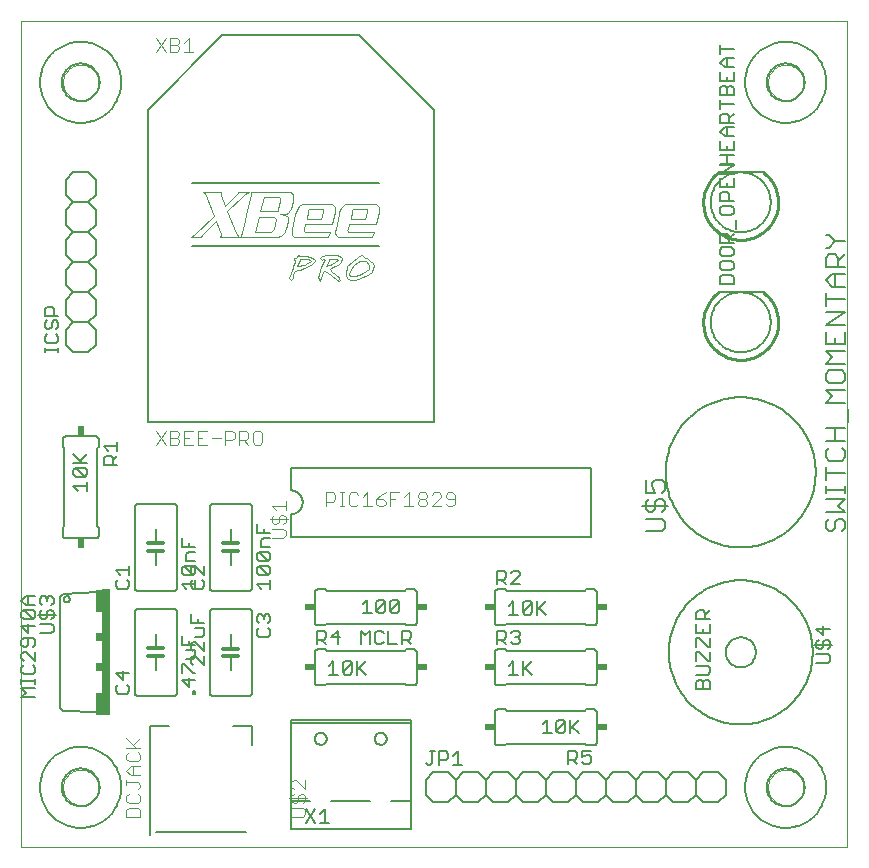
<source format=gto>
G75*
%MOIN*%
%OFA0B0*%
%FSLAX24Y24*%
%IPPOS*%
%LPD*%
%AMOC8*
5,1,8,0,0,1.08239X$1,22.5*
%
%ADD10C,0.0000*%
%ADD11C,0.0060*%
%ADD12C,0.0040*%
%ADD13C,0.0080*%
%ADD14C,0.0120*%
%ADD15C,0.0050*%
%ADD16R,0.0240X0.0340*%
%ADD17R,0.0340X0.0240*%
%ADD18R,0.0300X0.4200*%
%ADD19R,0.0200X0.0750*%
%ADD20R,0.0200X0.0300*%
%ADD21C,0.0100*%
D10*
X000300Y000180D02*
X000300Y027739D01*
X027859Y027739D01*
X027859Y000180D01*
X000300Y000180D01*
X001709Y002180D02*
X001711Y002228D01*
X001717Y002276D01*
X001727Y002323D01*
X001740Y002369D01*
X001758Y002414D01*
X001778Y002458D01*
X001803Y002500D01*
X001831Y002539D01*
X001861Y002576D01*
X001895Y002610D01*
X001932Y002642D01*
X001970Y002671D01*
X002011Y002696D01*
X002054Y002718D01*
X002099Y002736D01*
X002145Y002750D01*
X002192Y002761D01*
X002240Y002768D01*
X002288Y002771D01*
X002336Y002770D01*
X002384Y002765D01*
X002432Y002756D01*
X002478Y002744D01*
X002523Y002727D01*
X002567Y002707D01*
X002609Y002684D01*
X002649Y002657D01*
X002687Y002627D01*
X002722Y002594D01*
X002754Y002558D01*
X002784Y002520D01*
X002810Y002479D01*
X002832Y002436D01*
X002852Y002392D01*
X002867Y002347D01*
X002879Y002300D01*
X002887Y002252D01*
X002891Y002204D01*
X002891Y002156D01*
X002887Y002108D01*
X002879Y002060D01*
X002867Y002013D01*
X002852Y001968D01*
X002832Y001924D01*
X002810Y001881D01*
X002784Y001840D01*
X002754Y001802D01*
X002722Y001766D01*
X002687Y001733D01*
X002649Y001703D01*
X002609Y001676D01*
X002567Y001653D01*
X002523Y001633D01*
X002478Y001616D01*
X002432Y001604D01*
X002384Y001595D01*
X002336Y001590D01*
X002288Y001589D01*
X002240Y001592D01*
X002192Y001599D01*
X002145Y001610D01*
X002099Y001624D01*
X002054Y001642D01*
X002011Y001664D01*
X001970Y001689D01*
X001932Y001718D01*
X001895Y001750D01*
X001861Y001784D01*
X001831Y001821D01*
X001803Y001860D01*
X001778Y001902D01*
X001758Y001946D01*
X001740Y001991D01*
X001727Y002037D01*
X001717Y002084D01*
X001711Y002132D01*
X001709Y002180D01*
X001709Y025680D02*
X001711Y025728D01*
X001717Y025776D01*
X001727Y025823D01*
X001740Y025869D01*
X001758Y025914D01*
X001778Y025958D01*
X001803Y026000D01*
X001831Y026039D01*
X001861Y026076D01*
X001895Y026110D01*
X001932Y026142D01*
X001970Y026171D01*
X002011Y026196D01*
X002054Y026218D01*
X002099Y026236D01*
X002145Y026250D01*
X002192Y026261D01*
X002240Y026268D01*
X002288Y026271D01*
X002336Y026270D01*
X002384Y026265D01*
X002432Y026256D01*
X002478Y026244D01*
X002523Y026227D01*
X002567Y026207D01*
X002609Y026184D01*
X002649Y026157D01*
X002687Y026127D01*
X002722Y026094D01*
X002754Y026058D01*
X002784Y026020D01*
X002810Y025979D01*
X002832Y025936D01*
X002852Y025892D01*
X002867Y025847D01*
X002879Y025800D01*
X002887Y025752D01*
X002891Y025704D01*
X002891Y025656D01*
X002887Y025608D01*
X002879Y025560D01*
X002867Y025513D01*
X002852Y025468D01*
X002832Y025424D01*
X002810Y025381D01*
X002784Y025340D01*
X002754Y025302D01*
X002722Y025266D01*
X002687Y025233D01*
X002649Y025203D01*
X002609Y025176D01*
X002567Y025153D01*
X002523Y025133D01*
X002478Y025116D01*
X002432Y025104D01*
X002384Y025095D01*
X002336Y025090D01*
X002288Y025089D01*
X002240Y025092D01*
X002192Y025099D01*
X002145Y025110D01*
X002099Y025124D01*
X002054Y025142D01*
X002011Y025164D01*
X001970Y025189D01*
X001932Y025218D01*
X001895Y025250D01*
X001861Y025284D01*
X001831Y025321D01*
X001803Y025360D01*
X001778Y025402D01*
X001758Y025446D01*
X001740Y025491D01*
X001727Y025537D01*
X001717Y025584D01*
X001711Y025632D01*
X001709Y025680D01*
X025209Y025680D02*
X025211Y025728D01*
X025217Y025776D01*
X025227Y025823D01*
X025240Y025869D01*
X025258Y025914D01*
X025278Y025958D01*
X025303Y026000D01*
X025331Y026039D01*
X025361Y026076D01*
X025395Y026110D01*
X025432Y026142D01*
X025470Y026171D01*
X025511Y026196D01*
X025554Y026218D01*
X025599Y026236D01*
X025645Y026250D01*
X025692Y026261D01*
X025740Y026268D01*
X025788Y026271D01*
X025836Y026270D01*
X025884Y026265D01*
X025932Y026256D01*
X025978Y026244D01*
X026023Y026227D01*
X026067Y026207D01*
X026109Y026184D01*
X026149Y026157D01*
X026187Y026127D01*
X026222Y026094D01*
X026254Y026058D01*
X026284Y026020D01*
X026310Y025979D01*
X026332Y025936D01*
X026352Y025892D01*
X026367Y025847D01*
X026379Y025800D01*
X026387Y025752D01*
X026391Y025704D01*
X026391Y025656D01*
X026387Y025608D01*
X026379Y025560D01*
X026367Y025513D01*
X026352Y025468D01*
X026332Y025424D01*
X026310Y025381D01*
X026284Y025340D01*
X026254Y025302D01*
X026222Y025266D01*
X026187Y025233D01*
X026149Y025203D01*
X026109Y025176D01*
X026067Y025153D01*
X026023Y025133D01*
X025978Y025116D01*
X025932Y025104D01*
X025884Y025095D01*
X025836Y025090D01*
X025788Y025089D01*
X025740Y025092D01*
X025692Y025099D01*
X025645Y025110D01*
X025599Y025124D01*
X025554Y025142D01*
X025511Y025164D01*
X025470Y025189D01*
X025432Y025218D01*
X025395Y025250D01*
X025361Y025284D01*
X025331Y025321D01*
X025303Y025360D01*
X025278Y025402D01*
X025258Y025446D01*
X025240Y025491D01*
X025227Y025537D01*
X025217Y025584D01*
X025211Y025632D01*
X025209Y025680D01*
X025209Y002180D02*
X025211Y002228D01*
X025217Y002276D01*
X025227Y002323D01*
X025240Y002369D01*
X025258Y002414D01*
X025278Y002458D01*
X025303Y002500D01*
X025331Y002539D01*
X025361Y002576D01*
X025395Y002610D01*
X025432Y002642D01*
X025470Y002671D01*
X025511Y002696D01*
X025554Y002718D01*
X025599Y002736D01*
X025645Y002750D01*
X025692Y002761D01*
X025740Y002768D01*
X025788Y002771D01*
X025836Y002770D01*
X025884Y002765D01*
X025932Y002756D01*
X025978Y002744D01*
X026023Y002727D01*
X026067Y002707D01*
X026109Y002684D01*
X026149Y002657D01*
X026187Y002627D01*
X026222Y002594D01*
X026254Y002558D01*
X026284Y002520D01*
X026310Y002479D01*
X026332Y002436D01*
X026352Y002392D01*
X026367Y002347D01*
X026379Y002300D01*
X026387Y002252D01*
X026391Y002204D01*
X026391Y002156D01*
X026387Y002108D01*
X026379Y002060D01*
X026367Y002013D01*
X026352Y001968D01*
X026332Y001924D01*
X026310Y001881D01*
X026284Y001840D01*
X026254Y001802D01*
X026222Y001766D01*
X026187Y001733D01*
X026149Y001703D01*
X026109Y001676D01*
X026067Y001653D01*
X026023Y001633D01*
X025978Y001616D01*
X025932Y001604D01*
X025884Y001595D01*
X025836Y001590D01*
X025788Y001589D01*
X025740Y001592D01*
X025692Y001599D01*
X025645Y001610D01*
X025599Y001624D01*
X025554Y001642D01*
X025511Y001664D01*
X025470Y001689D01*
X025432Y001718D01*
X025395Y001750D01*
X025361Y001784D01*
X025331Y001821D01*
X025303Y001860D01*
X025278Y001902D01*
X025258Y001946D01*
X025240Y001991D01*
X025227Y002037D01*
X025217Y002084D01*
X025211Y002132D01*
X025209Y002180D01*
D11*
X024450Y002180D02*
X024452Y002253D01*
X024458Y002326D01*
X024468Y002398D01*
X024482Y002470D01*
X024499Y002541D01*
X024521Y002611D01*
X024546Y002680D01*
X024575Y002747D01*
X024607Y002812D01*
X024643Y002876D01*
X024683Y002938D01*
X024725Y002997D01*
X024771Y003054D01*
X024820Y003108D01*
X024872Y003160D01*
X024926Y003209D01*
X024983Y003255D01*
X025042Y003297D01*
X025104Y003337D01*
X025168Y003373D01*
X025233Y003405D01*
X025300Y003434D01*
X025369Y003459D01*
X025439Y003481D01*
X025510Y003498D01*
X025582Y003512D01*
X025654Y003522D01*
X025727Y003528D01*
X025800Y003530D01*
X025873Y003528D01*
X025946Y003522D01*
X026018Y003512D01*
X026090Y003498D01*
X026161Y003481D01*
X026231Y003459D01*
X026300Y003434D01*
X026367Y003405D01*
X026432Y003373D01*
X026496Y003337D01*
X026558Y003297D01*
X026617Y003255D01*
X026674Y003209D01*
X026728Y003160D01*
X026780Y003108D01*
X026829Y003054D01*
X026875Y002997D01*
X026917Y002938D01*
X026957Y002876D01*
X026993Y002812D01*
X027025Y002747D01*
X027054Y002680D01*
X027079Y002611D01*
X027101Y002541D01*
X027118Y002470D01*
X027132Y002398D01*
X027142Y002326D01*
X027148Y002253D01*
X027150Y002180D01*
X027148Y002107D01*
X027142Y002034D01*
X027132Y001962D01*
X027118Y001890D01*
X027101Y001819D01*
X027079Y001749D01*
X027054Y001680D01*
X027025Y001613D01*
X026993Y001548D01*
X026957Y001484D01*
X026917Y001422D01*
X026875Y001363D01*
X026829Y001306D01*
X026780Y001252D01*
X026728Y001200D01*
X026674Y001151D01*
X026617Y001105D01*
X026558Y001063D01*
X026496Y001023D01*
X026432Y000987D01*
X026367Y000955D01*
X026300Y000926D01*
X026231Y000901D01*
X026161Y000879D01*
X026090Y000862D01*
X026018Y000848D01*
X025946Y000838D01*
X025873Y000832D01*
X025800Y000830D01*
X025727Y000832D01*
X025654Y000838D01*
X025582Y000848D01*
X025510Y000862D01*
X025439Y000879D01*
X025369Y000901D01*
X025300Y000926D01*
X025233Y000955D01*
X025168Y000987D01*
X025104Y001023D01*
X025042Y001063D01*
X024983Y001105D01*
X024926Y001151D01*
X024872Y001200D01*
X024820Y001252D01*
X024771Y001306D01*
X024725Y001363D01*
X024683Y001422D01*
X024643Y001484D01*
X024607Y001548D01*
X024575Y001613D01*
X024546Y001680D01*
X024521Y001749D01*
X024499Y001819D01*
X024482Y001890D01*
X024468Y001962D01*
X024458Y002034D01*
X024452Y002107D01*
X024450Y002180D01*
X023800Y001930D02*
X023550Y001680D01*
X023050Y001680D01*
X022800Y001930D01*
X022550Y001680D01*
X022050Y001680D01*
X021800Y001930D01*
X021550Y001680D01*
X021050Y001680D01*
X020800Y001930D01*
X020550Y001680D01*
X020050Y001680D01*
X019800Y001930D01*
X019550Y001680D01*
X019050Y001680D01*
X018800Y001930D01*
X018550Y001680D01*
X018050Y001680D01*
X017800Y001930D01*
X017550Y001680D01*
X017050Y001680D01*
X016800Y001930D01*
X016550Y001680D01*
X016050Y001680D01*
X015800Y001930D01*
X015550Y001680D01*
X015050Y001680D01*
X014800Y001930D01*
X014550Y001680D01*
X014050Y001680D01*
X013800Y001930D01*
X013800Y002430D01*
X014050Y002680D01*
X014550Y002680D01*
X014800Y002430D01*
X015050Y002680D01*
X015550Y002680D01*
X015800Y002430D01*
X015800Y001930D01*
X015800Y002430D02*
X016050Y002680D01*
X016550Y002680D01*
X016800Y002430D01*
X017050Y002680D01*
X017550Y002680D01*
X017800Y002430D01*
X018050Y002680D01*
X018550Y002680D01*
X018800Y002430D01*
X018800Y001930D01*
X018800Y002430D02*
X019050Y002680D01*
X019550Y002680D01*
X019800Y002430D01*
X020050Y002680D01*
X020550Y002680D01*
X020800Y002430D01*
X021050Y002680D01*
X021550Y002680D01*
X021800Y002430D01*
X021800Y001930D01*
X021800Y002430D02*
X022050Y002680D01*
X022550Y002680D01*
X022800Y002430D01*
X023050Y002680D01*
X023550Y002680D01*
X023800Y002430D01*
X023800Y001930D01*
X022800Y001930D02*
X022800Y002430D01*
X020800Y002430D02*
X020800Y001930D01*
X019800Y001930D02*
X019800Y002430D01*
X019400Y003580D02*
X019150Y003580D01*
X019100Y003630D01*
X016500Y003630D01*
X016450Y003580D01*
X016200Y003580D01*
X016183Y003582D01*
X016166Y003586D01*
X016150Y003593D01*
X016136Y003603D01*
X016123Y003616D01*
X016113Y003630D01*
X016106Y003646D01*
X016102Y003663D01*
X016100Y003680D01*
X016100Y004680D01*
X016102Y004697D01*
X016106Y004714D01*
X016113Y004730D01*
X016123Y004744D01*
X016136Y004757D01*
X016150Y004767D01*
X016166Y004774D01*
X016183Y004778D01*
X016200Y004780D01*
X016450Y004780D01*
X016500Y004730D01*
X019100Y004730D01*
X019150Y004780D01*
X019400Y004780D01*
X019417Y004778D01*
X019434Y004774D01*
X019450Y004767D01*
X019464Y004757D01*
X019477Y004744D01*
X019487Y004730D01*
X019494Y004714D01*
X019498Y004697D01*
X019500Y004680D01*
X019500Y003680D01*
X019498Y003663D01*
X019494Y003646D01*
X019487Y003630D01*
X019477Y003616D01*
X019464Y003603D01*
X019450Y003593D01*
X019434Y003586D01*
X019417Y003582D01*
X019400Y003580D01*
X017800Y002430D02*
X017800Y001930D01*
X016800Y001930D02*
X016800Y002430D01*
X014800Y002430D02*
X014800Y001930D01*
X013300Y001730D02*
X013300Y000780D01*
X009300Y000780D01*
X009300Y001730D01*
X009950Y001730D01*
X009300Y001730D02*
X009300Y004330D01*
X009300Y004430D01*
X013300Y004430D01*
X013300Y004330D01*
X013300Y001730D01*
X012650Y001730D01*
X011950Y001730D02*
X010650Y001730D01*
X010100Y003800D02*
X010102Y003828D01*
X010108Y003855D01*
X010117Y003881D01*
X010130Y003906D01*
X010147Y003929D01*
X010166Y003949D01*
X010188Y003966D01*
X010212Y003980D01*
X010238Y003990D01*
X010265Y003997D01*
X010293Y004000D01*
X010321Y003999D01*
X010348Y003994D01*
X010375Y003985D01*
X010400Y003973D01*
X010423Y003958D01*
X010444Y003939D01*
X010462Y003918D01*
X010477Y003894D01*
X010488Y003868D01*
X010496Y003842D01*
X010500Y003814D01*
X010500Y003786D01*
X010496Y003758D01*
X010488Y003732D01*
X010477Y003706D01*
X010462Y003682D01*
X010444Y003661D01*
X010423Y003642D01*
X010400Y003627D01*
X010375Y003615D01*
X010348Y003606D01*
X010321Y003601D01*
X010293Y003600D01*
X010265Y003603D01*
X010238Y003610D01*
X010212Y003620D01*
X010188Y003634D01*
X010166Y003651D01*
X010147Y003671D01*
X010130Y003694D01*
X010117Y003719D01*
X010108Y003745D01*
X010102Y003772D01*
X010100Y003800D01*
X009300Y004330D02*
X013300Y004330D01*
X012100Y003800D02*
X012102Y003828D01*
X012108Y003855D01*
X012117Y003881D01*
X012130Y003906D01*
X012147Y003929D01*
X012166Y003949D01*
X012188Y003966D01*
X012212Y003980D01*
X012238Y003990D01*
X012265Y003997D01*
X012293Y004000D01*
X012321Y003999D01*
X012348Y003994D01*
X012375Y003985D01*
X012400Y003973D01*
X012423Y003958D01*
X012444Y003939D01*
X012462Y003918D01*
X012477Y003894D01*
X012488Y003868D01*
X012496Y003842D01*
X012500Y003814D01*
X012500Y003786D01*
X012496Y003758D01*
X012488Y003732D01*
X012477Y003706D01*
X012462Y003682D01*
X012444Y003661D01*
X012423Y003642D01*
X012400Y003627D01*
X012375Y003615D01*
X012348Y003606D01*
X012321Y003601D01*
X012293Y003600D01*
X012265Y003603D01*
X012238Y003610D01*
X012212Y003620D01*
X012188Y003634D01*
X012166Y003651D01*
X012147Y003671D01*
X012130Y003694D01*
X012117Y003719D01*
X012108Y003745D01*
X012102Y003772D01*
X012100Y003800D01*
X013150Y005580D02*
X013400Y005580D01*
X013417Y005582D01*
X013434Y005586D01*
X013450Y005593D01*
X013464Y005603D01*
X013477Y005616D01*
X013487Y005630D01*
X013494Y005646D01*
X013498Y005663D01*
X013500Y005680D01*
X013500Y006680D01*
X013498Y006697D01*
X013494Y006714D01*
X013487Y006730D01*
X013477Y006744D01*
X013464Y006757D01*
X013450Y006767D01*
X013434Y006774D01*
X013417Y006778D01*
X013400Y006780D01*
X013150Y006780D01*
X013100Y006730D01*
X010500Y006730D01*
X010450Y006780D01*
X010200Y006780D01*
X010183Y006778D01*
X010166Y006774D01*
X010150Y006767D01*
X010136Y006757D01*
X010123Y006744D01*
X010113Y006730D01*
X010106Y006714D01*
X010102Y006697D01*
X010100Y006680D01*
X010100Y005680D01*
X010102Y005663D01*
X010106Y005646D01*
X010113Y005630D01*
X010123Y005616D01*
X010136Y005603D01*
X010150Y005593D01*
X010166Y005586D01*
X010183Y005582D01*
X010200Y005580D01*
X010450Y005580D01*
X010500Y005630D01*
X013100Y005630D01*
X013150Y005580D01*
X013150Y007580D02*
X013100Y007630D01*
X010500Y007630D01*
X010450Y007580D01*
X010200Y007580D01*
X010183Y007582D01*
X010166Y007586D01*
X010150Y007593D01*
X010136Y007603D01*
X010123Y007616D01*
X010113Y007630D01*
X010106Y007646D01*
X010102Y007663D01*
X010100Y007680D01*
X010100Y008680D01*
X010102Y008697D01*
X010106Y008714D01*
X010113Y008730D01*
X010123Y008744D01*
X010136Y008757D01*
X010150Y008767D01*
X010166Y008774D01*
X010183Y008778D01*
X010200Y008780D01*
X010450Y008780D01*
X010500Y008730D01*
X013100Y008730D01*
X013150Y008780D01*
X013400Y008780D01*
X013417Y008778D01*
X013434Y008774D01*
X013450Y008767D01*
X013464Y008757D01*
X013477Y008744D01*
X013487Y008730D01*
X013494Y008714D01*
X013498Y008697D01*
X013500Y008680D01*
X013500Y007680D01*
X013498Y007663D01*
X013494Y007646D01*
X013487Y007630D01*
X013477Y007616D01*
X013464Y007603D01*
X013450Y007593D01*
X013434Y007586D01*
X013417Y007582D01*
X013400Y007580D01*
X013150Y007580D01*
X016100Y007680D02*
X016100Y008680D01*
X016102Y008697D01*
X016106Y008714D01*
X016113Y008730D01*
X016123Y008744D01*
X016136Y008757D01*
X016150Y008767D01*
X016166Y008774D01*
X016183Y008778D01*
X016200Y008780D01*
X016450Y008780D01*
X016500Y008730D01*
X019100Y008730D01*
X019150Y008780D01*
X019400Y008780D01*
X019417Y008778D01*
X019434Y008774D01*
X019450Y008767D01*
X019464Y008757D01*
X019477Y008744D01*
X019487Y008730D01*
X019494Y008714D01*
X019498Y008697D01*
X019500Y008680D01*
X019500Y007680D01*
X019498Y007663D01*
X019494Y007646D01*
X019487Y007630D01*
X019477Y007616D01*
X019464Y007603D01*
X019450Y007593D01*
X019434Y007586D01*
X019417Y007582D01*
X019400Y007580D01*
X019150Y007580D01*
X019100Y007630D01*
X016500Y007630D01*
X016450Y007580D01*
X016200Y007580D01*
X016183Y007582D01*
X016166Y007586D01*
X016150Y007593D01*
X016136Y007603D01*
X016123Y007616D01*
X016113Y007630D01*
X016106Y007646D01*
X016102Y007663D01*
X016100Y007680D01*
X016200Y006780D02*
X016450Y006780D01*
X016500Y006730D01*
X019100Y006730D01*
X019150Y006780D01*
X019400Y006780D01*
X019417Y006778D01*
X019434Y006774D01*
X019450Y006767D01*
X019464Y006757D01*
X019477Y006744D01*
X019487Y006730D01*
X019494Y006714D01*
X019498Y006697D01*
X019500Y006680D01*
X019500Y005680D01*
X019498Y005663D01*
X019494Y005646D01*
X019487Y005630D01*
X019477Y005616D01*
X019464Y005603D01*
X019450Y005593D01*
X019434Y005586D01*
X019417Y005582D01*
X019400Y005580D01*
X019150Y005580D01*
X019100Y005630D01*
X016500Y005630D01*
X016450Y005580D01*
X016200Y005580D01*
X016183Y005582D01*
X016166Y005586D01*
X016150Y005593D01*
X016136Y005603D01*
X016123Y005616D01*
X016113Y005630D01*
X016106Y005646D01*
X016102Y005663D01*
X016100Y005680D01*
X016100Y006680D01*
X016102Y006697D01*
X016106Y006714D01*
X016113Y006730D01*
X016123Y006744D01*
X016136Y006757D01*
X016150Y006767D01*
X016166Y006774D01*
X016183Y006778D01*
X016200Y006780D01*
X019300Y010530D02*
X019300Y012830D01*
X009300Y012830D01*
X009300Y012080D01*
X009339Y012078D01*
X009378Y012072D01*
X009416Y012063D01*
X009453Y012050D01*
X009489Y012033D01*
X009522Y012013D01*
X009554Y011989D01*
X009583Y011963D01*
X009609Y011934D01*
X009633Y011902D01*
X009653Y011869D01*
X009670Y011833D01*
X009683Y011796D01*
X009692Y011758D01*
X009698Y011719D01*
X009700Y011680D01*
X009698Y011641D01*
X009692Y011602D01*
X009683Y011564D01*
X009670Y011527D01*
X009653Y011491D01*
X009633Y011458D01*
X009609Y011426D01*
X009583Y011397D01*
X009554Y011371D01*
X009522Y011347D01*
X009489Y011327D01*
X009453Y011310D01*
X009416Y011297D01*
X009378Y011288D01*
X009339Y011282D01*
X009300Y011280D01*
X009300Y010530D01*
X019300Y010530D01*
X021023Y011568D02*
X021877Y011568D01*
X021770Y011461D02*
X021770Y011675D01*
X021663Y011782D01*
X021556Y011782D01*
X021450Y011675D01*
X021450Y011461D01*
X021343Y011355D01*
X021236Y011355D01*
X021129Y011461D01*
X021129Y011675D01*
X021236Y011782D01*
X021129Y011999D02*
X021450Y011999D01*
X021343Y012213D01*
X021343Y012319D01*
X021450Y012426D01*
X021663Y012426D01*
X021770Y012319D01*
X021770Y012106D01*
X021663Y011999D01*
X021129Y011999D02*
X021129Y012426D01*
X021770Y011461D02*
X021663Y011355D01*
X021663Y011137D02*
X021129Y011137D01*
X021129Y010710D02*
X021663Y010710D01*
X021770Y010817D01*
X021770Y011030D01*
X021663Y011137D01*
X023800Y006680D02*
X023802Y006724D01*
X023808Y006768D01*
X023818Y006811D01*
X023831Y006853D01*
X023848Y006894D01*
X023869Y006933D01*
X023893Y006970D01*
X023920Y007005D01*
X023950Y007037D01*
X023983Y007067D01*
X024019Y007093D01*
X024056Y007117D01*
X024096Y007136D01*
X024137Y007153D01*
X024180Y007165D01*
X024223Y007174D01*
X024267Y007179D01*
X024311Y007180D01*
X024355Y007177D01*
X024399Y007170D01*
X024442Y007159D01*
X024484Y007145D01*
X024524Y007127D01*
X024563Y007105D01*
X024599Y007081D01*
X024633Y007053D01*
X024665Y007022D01*
X024694Y006988D01*
X024720Y006952D01*
X024742Y006914D01*
X024761Y006874D01*
X024776Y006832D01*
X024788Y006790D01*
X024796Y006746D01*
X024800Y006702D01*
X024800Y006658D01*
X024796Y006614D01*
X024788Y006570D01*
X024776Y006528D01*
X024761Y006486D01*
X024742Y006446D01*
X024720Y006408D01*
X024694Y006372D01*
X024665Y006338D01*
X024633Y006307D01*
X024599Y006279D01*
X024563Y006255D01*
X024524Y006233D01*
X024484Y006215D01*
X024442Y006201D01*
X024399Y006190D01*
X024355Y006183D01*
X024311Y006180D01*
X024267Y006181D01*
X024223Y006186D01*
X024180Y006195D01*
X024137Y006207D01*
X024096Y006224D01*
X024056Y006243D01*
X024019Y006267D01*
X023983Y006293D01*
X023950Y006323D01*
X023920Y006355D01*
X023893Y006390D01*
X023869Y006427D01*
X023848Y006466D01*
X023831Y006507D01*
X023818Y006549D01*
X023808Y006592D01*
X023802Y006636D01*
X023800Y006680D01*
X021900Y006680D02*
X021902Y006778D01*
X021908Y006876D01*
X021918Y006973D01*
X021932Y007070D01*
X021950Y007166D01*
X021972Y007262D01*
X021997Y007356D01*
X022027Y007450D01*
X022060Y007542D01*
X022097Y007632D01*
X022138Y007721D01*
X022182Y007809D01*
X022230Y007894D01*
X022281Y007978D01*
X022336Y008059D01*
X022393Y008138D01*
X022455Y008214D01*
X022519Y008288D01*
X022586Y008360D01*
X022656Y008428D01*
X022728Y008494D01*
X022804Y008556D01*
X022881Y008616D01*
X022962Y008672D01*
X023044Y008725D01*
X023128Y008775D01*
X023215Y008821D01*
X023303Y008863D01*
X023393Y008902D01*
X023484Y008937D01*
X023577Y008969D01*
X023671Y008996D01*
X023766Y009020D01*
X023862Y009040D01*
X023958Y009056D01*
X024056Y009068D01*
X024153Y009076D01*
X024251Y009080D01*
X024349Y009080D01*
X024447Y009076D01*
X024544Y009068D01*
X024642Y009056D01*
X024738Y009040D01*
X024834Y009020D01*
X024929Y008996D01*
X025023Y008969D01*
X025116Y008937D01*
X025207Y008902D01*
X025297Y008863D01*
X025385Y008821D01*
X025472Y008775D01*
X025556Y008725D01*
X025638Y008672D01*
X025719Y008616D01*
X025796Y008556D01*
X025872Y008494D01*
X025944Y008428D01*
X026014Y008360D01*
X026081Y008288D01*
X026145Y008214D01*
X026207Y008138D01*
X026264Y008059D01*
X026319Y007978D01*
X026370Y007894D01*
X026418Y007809D01*
X026462Y007721D01*
X026503Y007632D01*
X026540Y007542D01*
X026573Y007450D01*
X026603Y007356D01*
X026628Y007262D01*
X026650Y007166D01*
X026668Y007070D01*
X026682Y006973D01*
X026692Y006876D01*
X026698Y006778D01*
X026700Y006680D01*
X026698Y006582D01*
X026692Y006484D01*
X026682Y006387D01*
X026668Y006290D01*
X026650Y006194D01*
X026628Y006098D01*
X026603Y006004D01*
X026573Y005910D01*
X026540Y005818D01*
X026503Y005728D01*
X026462Y005639D01*
X026418Y005551D01*
X026370Y005466D01*
X026319Y005382D01*
X026264Y005301D01*
X026207Y005222D01*
X026145Y005146D01*
X026081Y005072D01*
X026014Y005000D01*
X025944Y004932D01*
X025872Y004866D01*
X025796Y004804D01*
X025719Y004744D01*
X025638Y004688D01*
X025556Y004635D01*
X025472Y004585D01*
X025385Y004539D01*
X025297Y004497D01*
X025207Y004458D01*
X025116Y004423D01*
X025023Y004391D01*
X024929Y004364D01*
X024834Y004340D01*
X024738Y004320D01*
X024642Y004304D01*
X024544Y004292D01*
X024447Y004284D01*
X024349Y004280D01*
X024251Y004280D01*
X024153Y004284D01*
X024056Y004292D01*
X023958Y004304D01*
X023862Y004320D01*
X023766Y004340D01*
X023671Y004364D01*
X023577Y004391D01*
X023484Y004423D01*
X023393Y004458D01*
X023303Y004497D01*
X023215Y004539D01*
X023128Y004585D01*
X023044Y004635D01*
X022962Y004688D01*
X022881Y004744D01*
X022804Y004804D01*
X022728Y004866D01*
X022656Y004932D01*
X022586Y005000D01*
X022519Y005072D01*
X022455Y005146D01*
X022393Y005222D01*
X022336Y005301D01*
X022281Y005382D01*
X022230Y005466D01*
X022182Y005551D01*
X022138Y005639D01*
X022097Y005728D01*
X022060Y005818D01*
X022027Y005910D01*
X021997Y006004D01*
X021972Y006098D01*
X021950Y006194D01*
X021932Y006290D01*
X021918Y006387D01*
X021908Y006484D01*
X021902Y006582D01*
X021900Y006680D01*
X027129Y010817D02*
X027236Y010710D01*
X027343Y010710D01*
X027450Y010817D01*
X027450Y011030D01*
X027556Y011137D01*
X027663Y011137D01*
X027770Y011030D01*
X027770Y010817D01*
X027663Y010710D01*
X027129Y010817D02*
X027129Y011030D01*
X027236Y011137D01*
X027129Y011355D02*
X027770Y011355D01*
X027556Y011568D01*
X027770Y011782D01*
X027129Y011782D01*
X027129Y011999D02*
X027129Y012213D01*
X027129Y012106D02*
X027770Y012106D01*
X027770Y011999D02*
X027770Y012213D01*
X027770Y012642D02*
X027129Y012642D01*
X027129Y012429D02*
X027129Y012856D01*
X027236Y013073D02*
X027663Y013073D01*
X027770Y013180D01*
X027770Y013394D01*
X027663Y013500D01*
X027770Y013718D02*
X027129Y013718D01*
X027236Y013500D02*
X027129Y013394D01*
X027129Y013180D01*
X027236Y013073D01*
X027450Y013718D02*
X027450Y014145D01*
X027770Y014145D02*
X027129Y014145D01*
X027877Y014362D02*
X027877Y014789D01*
X027770Y015007D02*
X027129Y015007D01*
X027343Y015221D01*
X027129Y015434D01*
X027770Y015434D01*
X027663Y015652D02*
X027770Y015758D01*
X027770Y015972D01*
X027663Y016079D01*
X027236Y016079D01*
X027129Y015972D01*
X027129Y015758D01*
X027236Y015652D01*
X027663Y015652D01*
X027770Y016296D02*
X027129Y016296D01*
X027343Y016510D01*
X027129Y016723D01*
X027770Y016723D01*
X027770Y016941D02*
X027770Y017368D01*
X027770Y017585D02*
X027129Y017585D01*
X027770Y018012D01*
X027129Y018012D01*
X027129Y018230D02*
X027129Y018657D01*
X027129Y018443D02*
X027770Y018443D01*
X027770Y018874D02*
X027343Y018874D01*
X027129Y019088D01*
X027343Y019301D01*
X027770Y019301D01*
X027770Y019519D02*
X027129Y019519D01*
X027129Y019839D01*
X027236Y019946D01*
X027450Y019946D01*
X027556Y019839D01*
X027556Y019519D01*
X027556Y019732D02*
X027770Y019946D01*
X027770Y020377D02*
X027450Y020377D01*
X027236Y020590D01*
X027129Y020590D01*
X027450Y020377D02*
X027236Y020163D01*
X027129Y020163D01*
X027450Y019301D02*
X027450Y018874D01*
X027129Y017368D02*
X027129Y016941D01*
X027770Y016941D01*
X027450Y016941D02*
X027450Y017154D01*
X023300Y017680D02*
X023302Y017743D01*
X023308Y017805D01*
X023318Y017867D01*
X023331Y017929D01*
X023349Y017989D01*
X023370Y018048D01*
X023395Y018106D01*
X023424Y018162D01*
X023456Y018216D01*
X023491Y018268D01*
X023529Y018317D01*
X023571Y018365D01*
X023615Y018409D01*
X023663Y018451D01*
X023712Y018489D01*
X023764Y018524D01*
X023818Y018556D01*
X023874Y018585D01*
X023932Y018610D01*
X023991Y018631D01*
X024051Y018649D01*
X024113Y018662D01*
X024175Y018672D01*
X024237Y018678D01*
X024300Y018680D01*
X024363Y018678D01*
X024425Y018672D01*
X024487Y018662D01*
X024549Y018649D01*
X024609Y018631D01*
X024668Y018610D01*
X024726Y018585D01*
X024782Y018556D01*
X024836Y018524D01*
X024888Y018489D01*
X024937Y018451D01*
X024985Y018409D01*
X025029Y018365D01*
X025071Y018317D01*
X025109Y018268D01*
X025144Y018216D01*
X025176Y018162D01*
X025205Y018106D01*
X025230Y018048D01*
X025251Y017989D01*
X025269Y017929D01*
X025282Y017867D01*
X025292Y017805D01*
X025298Y017743D01*
X025300Y017680D01*
X025298Y017617D01*
X025292Y017555D01*
X025282Y017493D01*
X025269Y017431D01*
X025251Y017371D01*
X025230Y017312D01*
X025205Y017254D01*
X025176Y017198D01*
X025144Y017144D01*
X025109Y017092D01*
X025071Y017043D01*
X025029Y016995D01*
X024985Y016951D01*
X024937Y016909D01*
X024888Y016871D01*
X024836Y016836D01*
X024782Y016804D01*
X024726Y016775D01*
X024668Y016750D01*
X024609Y016729D01*
X024549Y016711D01*
X024487Y016698D01*
X024425Y016688D01*
X024363Y016682D01*
X024300Y016680D01*
X024237Y016682D01*
X024175Y016688D01*
X024113Y016698D01*
X024051Y016711D01*
X023991Y016729D01*
X023932Y016750D01*
X023874Y016775D01*
X023818Y016804D01*
X023764Y016836D01*
X023712Y016871D01*
X023663Y016909D01*
X023615Y016951D01*
X023571Y016995D01*
X023529Y017043D01*
X023491Y017092D01*
X023456Y017144D01*
X023424Y017198D01*
X023395Y017254D01*
X023370Y017312D01*
X023349Y017371D01*
X023331Y017431D01*
X023318Y017493D01*
X023308Y017555D01*
X023302Y017617D01*
X023300Y017680D01*
X023300Y021680D02*
X023302Y021743D01*
X023308Y021805D01*
X023318Y021867D01*
X023331Y021929D01*
X023349Y021989D01*
X023370Y022048D01*
X023395Y022106D01*
X023424Y022162D01*
X023456Y022216D01*
X023491Y022268D01*
X023529Y022317D01*
X023571Y022365D01*
X023615Y022409D01*
X023663Y022451D01*
X023712Y022489D01*
X023764Y022524D01*
X023818Y022556D01*
X023874Y022585D01*
X023932Y022610D01*
X023991Y022631D01*
X024051Y022649D01*
X024113Y022662D01*
X024175Y022672D01*
X024237Y022678D01*
X024300Y022680D01*
X024363Y022678D01*
X024425Y022672D01*
X024487Y022662D01*
X024549Y022649D01*
X024609Y022631D01*
X024668Y022610D01*
X024726Y022585D01*
X024782Y022556D01*
X024836Y022524D01*
X024888Y022489D01*
X024937Y022451D01*
X024985Y022409D01*
X025029Y022365D01*
X025071Y022317D01*
X025109Y022268D01*
X025144Y022216D01*
X025176Y022162D01*
X025205Y022106D01*
X025230Y022048D01*
X025251Y021989D01*
X025269Y021929D01*
X025282Y021867D01*
X025292Y021805D01*
X025298Y021743D01*
X025300Y021680D01*
X025298Y021617D01*
X025292Y021555D01*
X025282Y021493D01*
X025269Y021431D01*
X025251Y021371D01*
X025230Y021312D01*
X025205Y021254D01*
X025176Y021198D01*
X025144Y021144D01*
X025109Y021092D01*
X025071Y021043D01*
X025029Y020995D01*
X024985Y020951D01*
X024937Y020909D01*
X024888Y020871D01*
X024836Y020836D01*
X024782Y020804D01*
X024726Y020775D01*
X024668Y020750D01*
X024609Y020729D01*
X024549Y020711D01*
X024487Y020698D01*
X024425Y020688D01*
X024363Y020682D01*
X024300Y020680D01*
X024237Y020682D01*
X024175Y020688D01*
X024113Y020698D01*
X024051Y020711D01*
X023991Y020729D01*
X023932Y020750D01*
X023874Y020775D01*
X023818Y020804D01*
X023764Y020836D01*
X023712Y020871D01*
X023663Y020909D01*
X023615Y020951D01*
X023571Y020995D01*
X023529Y021043D01*
X023491Y021092D01*
X023456Y021144D01*
X023424Y021198D01*
X023395Y021254D01*
X023370Y021312D01*
X023349Y021371D01*
X023331Y021431D01*
X023318Y021493D01*
X023308Y021555D01*
X023302Y021617D01*
X023300Y021680D01*
X024450Y025680D02*
X024452Y025753D01*
X024458Y025826D01*
X024468Y025898D01*
X024482Y025970D01*
X024499Y026041D01*
X024521Y026111D01*
X024546Y026180D01*
X024575Y026247D01*
X024607Y026312D01*
X024643Y026376D01*
X024683Y026438D01*
X024725Y026497D01*
X024771Y026554D01*
X024820Y026608D01*
X024872Y026660D01*
X024926Y026709D01*
X024983Y026755D01*
X025042Y026797D01*
X025104Y026837D01*
X025168Y026873D01*
X025233Y026905D01*
X025300Y026934D01*
X025369Y026959D01*
X025439Y026981D01*
X025510Y026998D01*
X025582Y027012D01*
X025654Y027022D01*
X025727Y027028D01*
X025800Y027030D01*
X025873Y027028D01*
X025946Y027022D01*
X026018Y027012D01*
X026090Y026998D01*
X026161Y026981D01*
X026231Y026959D01*
X026300Y026934D01*
X026367Y026905D01*
X026432Y026873D01*
X026496Y026837D01*
X026558Y026797D01*
X026617Y026755D01*
X026674Y026709D01*
X026728Y026660D01*
X026780Y026608D01*
X026829Y026554D01*
X026875Y026497D01*
X026917Y026438D01*
X026957Y026376D01*
X026993Y026312D01*
X027025Y026247D01*
X027054Y026180D01*
X027079Y026111D01*
X027101Y026041D01*
X027118Y025970D01*
X027132Y025898D01*
X027142Y025826D01*
X027148Y025753D01*
X027150Y025680D01*
X027148Y025607D01*
X027142Y025534D01*
X027132Y025462D01*
X027118Y025390D01*
X027101Y025319D01*
X027079Y025249D01*
X027054Y025180D01*
X027025Y025113D01*
X026993Y025048D01*
X026957Y024984D01*
X026917Y024922D01*
X026875Y024863D01*
X026829Y024806D01*
X026780Y024752D01*
X026728Y024700D01*
X026674Y024651D01*
X026617Y024605D01*
X026558Y024563D01*
X026496Y024523D01*
X026432Y024487D01*
X026367Y024455D01*
X026300Y024426D01*
X026231Y024401D01*
X026161Y024379D01*
X026090Y024362D01*
X026018Y024348D01*
X025946Y024338D01*
X025873Y024332D01*
X025800Y024330D01*
X025727Y024332D01*
X025654Y024338D01*
X025582Y024348D01*
X025510Y024362D01*
X025439Y024379D01*
X025369Y024401D01*
X025300Y024426D01*
X025233Y024455D01*
X025168Y024487D01*
X025104Y024523D01*
X025042Y024563D01*
X024983Y024605D01*
X024926Y024651D01*
X024872Y024700D01*
X024820Y024752D01*
X024771Y024806D01*
X024725Y024863D01*
X024683Y024922D01*
X024643Y024984D01*
X024607Y025048D01*
X024575Y025113D01*
X024546Y025180D01*
X024521Y025249D01*
X024499Y025319D01*
X024482Y025390D01*
X024468Y025462D01*
X024458Y025534D01*
X024452Y025607D01*
X024450Y025680D01*
X012228Y022309D02*
X006000Y022309D01*
X006000Y020221D02*
X012228Y020221D01*
X007900Y011630D02*
X006700Y011630D01*
X006683Y011628D01*
X006666Y011624D01*
X006650Y011617D01*
X006636Y011607D01*
X006623Y011594D01*
X006613Y011580D01*
X006606Y011564D01*
X006602Y011547D01*
X006600Y011530D01*
X006600Y008830D01*
X006602Y008813D01*
X006606Y008796D01*
X006613Y008780D01*
X006623Y008766D01*
X006636Y008753D01*
X006650Y008743D01*
X006666Y008736D01*
X006683Y008732D01*
X006700Y008730D01*
X007900Y008730D01*
X007917Y008732D01*
X007934Y008736D01*
X007950Y008743D01*
X007964Y008753D01*
X007977Y008766D01*
X007987Y008780D01*
X007994Y008796D01*
X007998Y008813D01*
X008000Y008830D01*
X008000Y011530D01*
X007998Y011547D01*
X007994Y011564D01*
X007987Y011580D01*
X007977Y011594D01*
X007964Y011607D01*
X007950Y011617D01*
X007934Y011624D01*
X007917Y011628D01*
X007900Y011630D01*
X007300Y010780D02*
X007300Y010310D01*
X007300Y010060D02*
X007300Y009580D01*
X007900Y008130D02*
X006700Y008130D01*
X006683Y008128D01*
X006666Y008124D01*
X006650Y008117D01*
X006636Y008107D01*
X006623Y008094D01*
X006613Y008080D01*
X006606Y008064D01*
X006602Y008047D01*
X006600Y008030D01*
X006600Y005330D01*
X006602Y005313D01*
X006606Y005296D01*
X006613Y005280D01*
X006623Y005266D01*
X006636Y005253D01*
X006650Y005243D01*
X006666Y005236D01*
X006683Y005232D01*
X006700Y005230D01*
X007900Y005230D01*
X007917Y005232D01*
X007934Y005236D01*
X007950Y005243D01*
X007964Y005253D01*
X007977Y005266D01*
X007987Y005280D01*
X007994Y005296D01*
X007998Y005313D01*
X008000Y005330D01*
X008000Y008030D01*
X007998Y008047D01*
X007994Y008064D01*
X007987Y008080D01*
X007977Y008094D01*
X007964Y008107D01*
X007950Y008117D01*
X007934Y008124D01*
X007917Y008128D01*
X007900Y008130D01*
X007300Y007280D02*
X007300Y006800D01*
X007300Y006550D02*
X007300Y006080D01*
X005500Y005330D02*
X005500Y008030D01*
X005498Y008047D01*
X005494Y008064D01*
X005487Y008080D01*
X005477Y008094D01*
X005464Y008107D01*
X005450Y008117D01*
X005434Y008124D01*
X005417Y008128D01*
X005400Y008130D01*
X004200Y008130D01*
X004183Y008128D01*
X004166Y008124D01*
X004150Y008117D01*
X004136Y008107D01*
X004123Y008094D01*
X004113Y008080D01*
X004106Y008064D01*
X004102Y008047D01*
X004100Y008030D01*
X004100Y005330D01*
X004102Y005313D01*
X004106Y005296D01*
X004113Y005280D01*
X004123Y005266D01*
X004136Y005253D01*
X004150Y005243D01*
X004166Y005236D01*
X004183Y005232D01*
X004200Y005230D01*
X005400Y005230D01*
X005417Y005232D01*
X005434Y005236D01*
X005450Y005243D01*
X005464Y005253D01*
X005477Y005266D01*
X005487Y005280D01*
X005494Y005296D01*
X005498Y005313D01*
X005500Y005330D01*
X004800Y006080D02*
X004800Y006560D01*
X004800Y006810D02*
X004800Y007280D01*
X004200Y008730D02*
X005400Y008730D01*
X005417Y008732D01*
X005434Y008736D01*
X005450Y008743D01*
X005464Y008753D01*
X005477Y008766D01*
X005487Y008780D01*
X005494Y008796D01*
X005498Y008813D01*
X005500Y008830D01*
X005500Y011530D01*
X005498Y011547D01*
X005494Y011564D01*
X005487Y011580D01*
X005477Y011594D01*
X005464Y011607D01*
X005450Y011617D01*
X005434Y011624D01*
X005417Y011628D01*
X005400Y011630D01*
X004200Y011630D01*
X004183Y011628D01*
X004166Y011624D01*
X004150Y011617D01*
X004136Y011607D01*
X004123Y011594D01*
X004113Y011580D01*
X004106Y011564D01*
X004102Y011547D01*
X004100Y011530D01*
X004100Y008830D01*
X004102Y008813D01*
X004106Y008796D01*
X004113Y008780D01*
X004123Y008766D01*
X004136Y008753D01*
X004150Y008743D01*
X004166Y008736D01*
X004183Y008732D01*
X004200Y008730D01*
X004800Y009580D02*
X004800Y010060D01*
X004800Y010310D02*
X004800Y010780D01*
X002900Y010830D02*
X002900Y010580D01*
X002898Y010563D01*
X002894Y010546D01*
X002887Y010530D01*
X002877Y010516D01*
X002864Y010503D01*
X002850Y010493D01*
X002834Y010486D01*
X002817Y010482D01*
X002800Y010480D01*
X001800Y010480D01*
X001783Y010482D01*
X001766Y010486D01*
X001750Y010493D01*
X001736Y010503D01*
X001723Y010516D01*
X001713Y010530D01*
X001706Y010546D01*
X001702Y010563D01*
X001700Y010580D01*
X001700Y010830D01*
X001750Y010880D01*
X001750Y013480D01*
X001700Y013530D01*
X001700Y013780D01*
X001702Y013797D01*
X001706Y013814D01*
X001713Y013830D01*
X001723Y013844D01*
X001736Y013857D01*
X001750Y013867D01*
X001766Y013874D01*
X001783Y013878D01*
X001800Y013880D01*
X002800Y013880D01*
X002817Y013878D01*
X002834Y013874D01*
X002850Y013867D01*
X002864Y013857D01*
X002877Y013844D01*
X002887Y013830D01*
X002894Y013814D01*
X002898Y013797D01*
X002900Y013780D01*
X002900Y013530D01*
X002850Y013480D01*
X002850Y010880D01*
X002900Y010830D01*
X002550Y016680D02*
X002050Y016680D01*
X001800Y016930D01*
X001800Y017430D01*
X002050Y017680D01*
X001800Y017930D01*
X001800Y018430D01*
X002050Y018680D01*
X002550Y018680D01*
X002800Y018430D01*
X002800Y017930D01*
X002550Y017680D01*
X002800Y017430D01*
X002800Y016930D01*
X002550Y016680D01*
X002550Y017680D02*
X002050Y017680D01*
X002050Y018680D02*
X001800Y018930D01*
X001800Y019430D01*
X002050Y019680D01*
X001800Y019930D01*
X001800Y020430D01*
X002050Y020680D01*
X001800Y020930D01*
X001800Y021430D01*
X002050Y021680D01*
X001800Y021930D01*
X001800Y022430D01*
X002050Y022680D01*
X002550Y022680D01*
X002800Y022430D01*
X002800Y021930D01*
X002550Y021680D01*
X002800Y021430D01*
X002800Y020930D01*
X002550Y020680D01*
X002800Y020430D01*
X002800Y019930D01*
X002550Y019680D01*
X002800Y019430D01*
X002800Y018930D01*
X002550Y018680D01*
X002550Y019680D02*
X002050Y019680D01*
X002050Y020680D02*
X002550Y020680D01*
X002550Y021680D02*
X002050Y021680D01*
X000950Y025680D02*
X000952Y025753D01*
X000958Y025826D01*
X000968Y025898D01*
X000982Y025970D01*
X000999Y026041D01*
X001021Y026111D01*
X001046Y026180D01*
X001075Y026247D01*
X001107Y026312D01*
X001143Y026376D01*
X001183Y026438D01*
X001225Y026497D01*
X001271Y026554D01*
X001320Y026608D01*
X001372Y026660D01*
X001426Y026709D01*
X001483Y026755D01*
X001542Y026797D01*
X001604Y026837D01*
X001668Y026873D01*
X001733Y026905D01*
X001800Y026934D01*
X001869Y026959D01*
X001939Y026981D01*
X002010Y026998D01*
X002082Y027012D01*
X002154Y027022D01*
X002227Y027028D01*
X002300Y027030D01*
X002373Y027028D01*
X002446Y027022D01*
X002518Y027012D01*
X002590Y026998D01*
X002661Y026981D01*
X002731Y026959D01*
X002800Y026934D01*
X002867Y026905D01*
X002932Y026873D01*
X002996Y026837D01*
X003058Y026797D01*
X003117Y026755D01*
X003174Y026709D01*
X003228Y026660D01*
X003280Y026608D01*
X003329Y026554D01*
X003375Y026497D01*
X003417Y026438D01*
X003457Y026376D01*
X003493Y026312D01*
X003525Y026247D01*
X003554Y026180D01*
X003579Y026111D01*
X003601Y026041D01*
X003618Y025970D01*
X003632Y025898D01*
X003642Y025826D01*
X003648Y025753D01*
X003650Y025680D01*
X003648Y025607D01*
X003642Y025534D01*
X003632Y025462D01*
X003618Y025390D01*
X003601Y025319D01*
X003579Y025249D01*
X003554Y025180D01*
X003525Y025113D01*
X003493Y025048D01*
X003457Y024984D01*
X003417Y024922D01*
X003375Y024863D01*
X003329Y024806D01*
X003280Y024752D01*
X003228Y024700D01*
X003174Y024651D01*
X003117Y024605D01*
X003058Y024563D01*
X002996Y024523D01*
X002932Y024487D01*
X002867Y024455D01*
X002800Y024426D01*
X002731Y024401D01*
X002661Y024379D01*
X002590Y024362D01*
X002518Y024348D01*
X002446Y024338D01*
X002373Y024332D01*
X002300Y024330D01*
X002227Y024332D01*
X002154Y024338D01*
X002082Y024348D01*
X002010Y024362D01*
X001939Y024379D01*
X001869Y024401D01*
X001800Y024426D01*
X001733Y024455D01*
X001668Y024487D01*
X001604Y024523D01*
X001542Y024563D01*
X001483Y024605D01*
X001426Y024651D01*
X001372Y024700D01*
X001320Y024752D01*
X001271Y024806D01*
X001225Y024863D01*
X001183Y024922D01*
X001143Y024984D01*
X001107Y025048D01*
X001075Y025113D01*
X001046Y025180D01*
X001021Y025249D01*
X000999Y025319D01*
X000982Y025390D01*
X000968Y025462D01*
X000958Y025534D01*
X000952Y025607D01*
X000950Y025680D01*
X000950Y002180D02*
X000952Y002253D01*
X000958Y002326D01*
X000968Y002398D01*
X000982Y002470D01*
X000999Y002541D01*
X001021Y002611D01*
X001046Y002680D01*
X001075Y002747D01*
X001107Y002812D01*
X001143Y002876D01*
X001183Y002938D01*
X001225Y002997D01*
X001271Y003054D01*
X001320Y003108D01*
X001372Y003160D01*
X001426Y003209D01*
X001483Y003255D01*
X001542Y003297D01*
X001604Y003337D01*
X001668Y003373D01*
X001733Y003405D01*
X001800Y003434D01*
X001869Y003459D01*
X001939Y003481D01*
X002010Y003498D01*
X002082Y003512D01*
X002154Y003522D01*
X002227Y003528D01*
X002300Y003530D01*
X002373Y003528D01*
X002446Y003522D01*
X002518Y003512D01*
X002590Y003498D01*
X002661Y003481D01*
X002731Y003459D01*
X002800Y003434D01*
X002867Y003405D01*
X002932Y003373D01*
X002996Y003337D01*
X003058Y003297D01*
X003117Y003255D01*
X003174Y003209D01*
X003228Y003160D01*
X003280Y003108D01*
X003329Y003054D01*
X003375Y002997D01*
X003417Y002938D01*
X003457Y002876D01*
X003493Y002812D01*
X003525Y002747D01*
X003554Y002680D01*
X003579Y002611D01*
X003601Y002541D01*
X003618Y002470D01*
X003632Y002398D01*
X003642Y002326D01*
X003648Y002253D01*
X003650Y002180D01*
X003648Y002107D01*
X003642Y002034D01*
X003632Y001962D01*
X003618Y001890D01*
X003601Y001819D01*
X003579Y001749D01*
X003554Y001680D01*
X003525Y001613D01*
X003493Y001548D01*
X003457Y001484D01*
X003417Y001422D01*
X003375Y001363D01*
X003329Y001306D01*
X003280Y001252D01*
X003228Y001200D01*
X003174Y001151D01*
X003117Y001105D01*
X003058Y001063D01*
X002996Y001023D01*
X002932Y000987D01*
X002867Y000955D01*
X002800Y000926D01*
X002731Y000901D01*
X002661Y000879D01*
X002590Y000862D01*
X002518Y000848D01*
X002446Y000838D01*
X002373Y000832D01*
X002300Y000830D01*
X002227Y000832D01*
X002154Y000838D01*
X002082Y000848D01*
X002010Y000862D01*
X001939Y000879D01*
X001869Y000901D01*
X001800Y000926D01*
X001733Y000955D01*
X001668Y000987D01*
X001604Y001023D01*
X001542Y001063D01*
X001483Y001105D01*
X001426Y001151D01*
X001372Y001200D01*
X001320Y001252D01*
X001271Y001306D01*
X001225Y001363D01*
X001183Y001422D01*
X001143Y001484D01*
X001107Y001548D01*
X001075Y001613D01*
X001046Y001680D01*
X001021Y001749D01*
X000999Y001819D01*
X000982Y001890D01*
X000968Y001962D01*
X000958Y002034D01*
X000952Y002107D01*
X000950Y002180D01*
D12*
X003820Y002274D02*
X003820Y002428D01*
X003820Y002351D02*
X004203Y002351D01*
X004280Y002274D01*
X004280Y002198D01*
X004203Y002121D01*
X004203Y001967D02*
X004280Y001891D01*
X004280Y001737D01*
X004203Y001660D01*
X003896Y001660D01*
X003820Y001737D01*
X003820Y001891D01*
X003896Y001967D01*
X003896Y001507D02*
X003820Y001430D01*
X003820Y001200D01*
X004280Y001200D01*
X004280Y001430D01*
X004203Y001507D01*
X003896Y001507D01*
X003973Y002581D02*
X003820Y002735D01*
X003973Y002888D01*
X004280Y002888D01*
X004203Y003042D02*
X004280Y003118D01*
X004280Y003272D01*
X004203Y003348D01*
X004127Y003502D02*
X003820Y003809D01*
X003820Y003502D02*
X004280Y003502D01*
X004050Y003579D02*
X004280Y003809D01*
X003896Y003348D02*
X003820Y003272D01*
X003820Y003118D01*
X003896Y003042D01*
X004203Y003042D01*
X004050Y002888D02*
X004050Y002581D01*
X003973Y002581D02*
X004280Y002581D01*
X009243Y001814D02*
X009857Y001814D01*
X009780Y001891D02*
X009703Y001967D01*
X009627Y001967D01*
X009550Y001891D01*
X009550Y001737D01*
X009473Y001660D01*
X009396Y001660D01*
X009320Y001737D01*
X009320Y001891D01*
X009396Y001967D01*
X009396Y002121D02*
X009320Y002198D01*
X009320Y002351D01*
X009396Y002428D01*
X009473Y002428D01*
X009780Y002121D01*
X009780Y002428D01*
X009780Y001891D02*
X009780Y001737D01*
X009703Y001660D01*
X009703Y001507D02*
X009320Y001507D01*
X009320Y001200D02*
X009703Y001200D01*
X009780Y001277D01*
X009780Y001430D01*
X009703Y001507D01*
X009053Y010500D02*
X008670Y010500D01*
X008670Y010807D02*
X009053Y010807D01*
X009130Y010730D01*
X009130Y010577D01*
X009053Y010500D01*
X009053Y010960D02*
X009130Y011037D01*
X009130Y011191D01*
X009053Y011267D01*
X008977Y011267D01*
X008900Y011191D01*
X008900Y011037D01*
X008823Y010960D01*
X008746Y010960D01*
X008670Y011037D01*
X008670Y011191D01*
X008746Y011267D01*
X008823Y011421D02*
X008670Y011574D01*
X009130Y011574D01*
X009130Y011421D02*
X009130Y011728D01*
X009207Y011114D02*
X008593Y011114D01*
X010470Y011550D02*
X010470Y012010D01*
X010700Y012010D01*
X010777Y011934D01*
X010777Y011780D01*
X010700Y011703D01*
X010470Y011703D01*
X010930Y011550D02*
X011084Y011550D01*
X011007Y011550D02*
X011007Y012010D01*
X010930Y012010D02*
X011084Y012010D01*
X011237Y011934D02*
X011237Y011627D01*
X011314Y011550D01*
X011468Y011550D01*
X011544Y011627D01*
X011698Y011550D02*
X012005Y011550D01*
X011851Y011550D02*
X011851Y012010D01*
X011698Y011857D01*
X011544Y011934D02*
X011468Y012010D01*
X011314Y012010D01*
X011237Y011934D01*
X012158Y011780D02*
X012158Y011627D01*
X012235Y011550D01*
X012388Y011550D01*
X012465Y011627D01*
X012465Y011703D01*
X012388Y011780D01*
X012158Y011780D01*
X012312Y011934D01*
X012465Y012010D01*
X012618Y012010D02*
X012925Y012010D01*
X013079Y011857D02*
X013232Y012010D01*
X013232Y011550D01*
X013079Y011550D02*
X013386Y011550D01*
X013539Y011627D02*
X013539Y011703D01*
X013616Y011780D01*
X013769Y011780D01*
X013846Y011703D01*
X013846Y011627D01*
X013769Y011550D01*
X013616Y011550D01*
X013539Y011627D01*
X013616Y011780D02*
X013539Y011857D01*
X013539Y011934D01*
X013616Y012010D01*
X013769Y012010D01*
X013846Y011934D01*
X013846Y011857D01*
X013769Y011780D01*
X014000Y011934D02*
X014076Y012010D01*
X014230Y012010D01*
X014307Y011934D01*
X014307Y011857D01*
X014000Y011550D01*
X014307Y011550D01*
X014460Y011627D02*
X014537Y011550D01*
X014690Y011550D01*
X014767Y011627D01*
X014767Y011934D01*
X014690Y012010D01*
X014537Y012010D01*
X014460Y011934D01*
X014460Y011857D01*
X014537Y011780D01*
X014767Y011780D01*
X012772Y011780D02*
X012618Y011780D01*
X012618Y011550D02*
X012618Y012010D01*
X008350Y013678D02*
X008273Y013602D01*
X008119Y013602D01*
X008043Y013678D01*
X008043Y013985D01*
X008119Y014062D01*
X008273Y014062D01*
X008350Y013985D01*
X008350Y013678D01*
X007889Y013602D02*
X007736Y013755D01*
X007813Y013755D02*
X007582Y013755D01*
X007582Y013602D02*
X007582Y014062D01*
X007813Y014062D01*
X007889Y013985D01*
X007889Y013832D01*
X007813Y013755D01*
X007429Y013832D02*
X007429Y013985D01*
X007352Y014062D01*
X007122Y014062D01*
X007122Y013602D01*
X007122Y013755D02*
X007352Y013755D01*
X007429Y013832D01*
X006968Y013832D02*
X006662Y013832D01*
X006508Y014062D02*
X006201Y014062D01*
X006201Y013602D01*
X006508Y013602D01*
X006355Y013832D02*
X006201Y013832D01*
X006048Y014062D02*
X005741Y014062D01*
X005741Y013602D01*
X006048Y013602D01*
X005894Y013832D02*
X005741Y013832D01*
X005587Y013909D02*
X005587Y013985D01*
X005511Y014062D01*
X005280Y014062D01*
X005280Y013602D01*
X005511Y013602D01*
X005587Y013678D01*
X005587Y013755D01*
X005511Y013832D01*
X005280Y013832D01*
X005511Y013832D02*
X005587Y013909D01*
X005127Y014062D02*
X004820Y013602D01*
X005127Y013602D02*
X004820Y014062D01*
X009278Y019113D02*
X009256Y019146D01*
X009256Y019184D01*
X009267Y019228D01*
X009316Y019332D01*
X009349Y019409D01*
X009360Y019480D01*
X009377Y019546D01*
X009404Y019634D01*
X009432Y019700D01*
X009459Y019744D01*
X009415Y019744D01*
X009415Y019837D01*
X009464Y019837D01*
X009508Y019870D01*
X009552Y019914D01*
X009601Y019886D01*
X009799Y019886D01*
X009958Y019870D01*
X010067Y019804D01*
X010095Y019755D01*
X010095Y019733D01*
X010073Y019683D01*
X010040Y019645D01*
X009974Y019601D01*
X009733Y019480D01*
X009607Y019431D01*
X009508Y019409D01*
X009475Y019404D01*
X009437Y019404D01*
X009421Y019354D01*
X009388Y019256D01*
X009360Y019168D01*
X009338Y019130D01*
X009327Y019108D01*
X009305Y019097D01*
X009278Y019113D01*
X009497Y019546D02*
X009596Y019749D01*
X009607Y019777D01*
X009887Y019777D01*
X009952Y019749D01*
X009969Y019738D01*
X009963Y019722D01*
X009936Y019700D01*
X009848Y019656D01*
X009777Y019607D01*
X009678Y019579D01*
X009607Y019552D01*
X009563Y019546D01*
X009497Y019546D01*
X010237Y019250D02*
X010226Y019195D01*
X010232Y019113D01*
X010292Y019058D01*
X010292Y019091D01*
X010314Y019146D01*
X010347Y019245D01*
X010385Y019354D01*
X010396Y019393D01*
X010435Y019393D01*
X010638Y019256D01*
X010851Y019086D01*
X010895Y019053D01*
X010912Y019058D01*
X010928Y019091D01*
X010923Y019124D01*
X010901Y019179D01*
X010857Y019234D01*
X010780Y019294D01*
X010676Y019365D01*
X010594Y019448D01*
X010649Y019480D01*
X010764Y019552D01*
X010884Y019607D01*
X010945Y019645D01*
X010989Y019689D01*
X010989Y019733D01*
X011016Y019782D01*
X011005Y019809D01*
X010967Y019853D01*
X010923Y019881D01*
X010846Y019908D01*
X010780Y019925D01*
X010462Y019925D01*
X010391Y019897D01*
X010331Y019875D01*
X010298Y019842D01*
X010292Y019809D01*
X010303Y019787D01*
X010331Y019771D01*
X010347Y019749D01*
X010347Y019744D01*
X010391Y019777D01*
X010429Y019771D01*
X010413Y019733D01*
X010374Y019661D01*
X010314Y019524D01*
X010287Y019426D01*
X010237Y019250D01*
X010473Y019552D02*
X010577Y019738D01*
X010583Y019793D01*
X010780Y019793D01*
X010846Y019782D01*
X010862Y019749D01*
X010824Y019738D01*
X010769Y019683D01*
X010692Y019639D01*
X010621Y019601D01*
X010539Y019585D01*
X010473Y019552D01*
X011142Y019365D02*
X011169Y019497D01*
X011186Y019541D01*
X011334Y019689D01*
X011542Y019864D01*
X011657Y019925D01*
X011663Y019925D02*
X011718Y019903D01*
X011756Y019859D01*
X011761Y019831D01*
X011838Y019809D01*
X011948Y019733D01*
X012041Y019656D01*
X012069Y019552D01*
X012058Y019480D01*
X011997Y019371D01*
X011893Y019289D01*
X011816Y019212D01*
X011674Y019179D01*
X011570Y019113D01*
X011411Y019091D01*
X011285Y019091D01*
X011191Y019152D01*
X011137Y019256D01*
X011142Y019365D01*
X011257Y019300D02*
X011252Y019245D01*
X011301Y019217D01*
X011433Y019223D01*
X011564Y019272D01*
X011701Y019316D01*
X011816Y019382D01*
X011926Y019459D01*
X011926Y019590D01*
X011805Y019716D01*
X011740Y019738D01*
X011603Y019738D01*
X011542Y019694D01*
X011400Y019585D01*
X011306Y019459D01*
X011257Y019300D01*
X010917Y020517D02*
X010873Y020528D01*
X010829Y020560D01*
X010802Y020599D01*
X010786Y020659D01*
X010786Y020714D01*
X010797Y020802D01*
X010906Y021290D01*
X010923Y021350D01*
X010989Y021481D01*
X011038Y021553D01*
X011126Y021608D01*
X011191Y021630D01*
X011224Y021635D01*
X012085Y021635D01*
X012145Y021613D01*
X012217Y021558D01*
X012238Y021536D01*
X012238Y021344D01*
X012145Y020966D01*
X011246Y020966D01*
X011202Y020780D01*
X011191Y020747D01*
X011197Y020709D01*
X011219Y020692D01*
X012008Y020692D01*
X012079Y020703D01*
X012003Y020517D01*
X010917Y020517D01*
X010621Y020703D02*
X010544Y020517D01*
X009459Y020517D01*
X009415Y020528D01*
X009371Y020560D01*
X009344Y020599D01*
X009327Y020659D01*
X009327Y020714D01*
X009338Y020802D01*
X009448Y021290D01*
X009464Y021350D01*
X009530Y021481D01*
X009580Y021553D01*
X009667Y021608D01*
X009733Y021630D01*
X009766Y021635D01*
X010627Y021635D01*
X010687Y021613D01*
X010758Y021558D01*
X010780Y021536D01*
X010780Y021344D01*
X010687Y020966D01*
X009788Y020966D01*
X009744Y020780D01*
X009733Y020747D01*
X009739Y020709D01*
X009760Y020692D01*
X010550Y020692D01*
X010621Y020703D01*
X010314Y021136D02*
X009843Y021136D01*
X009837Y021142D01*
X009876Y021366D01*
X009892Y021410D01*
X009914Y021449D01*
X009947Y021465D01*
X010336Y021465D01*
X010358Y021460D01*
X010374Y021443D01*
X010374Y021372D01*
X010314Y021136D01*
X009305Y021465D02*
X009371Y021739D01*
X009388Y021783D01*
X009388Y021876D01*
X009366Y021931D01*
X009333Y021991D01*
X009289Y022019D01*
X009223Y022035D01*
X007979Y022035D01*
X007979Y021926D01*
X007957Y021827D01*
X007814Y021246D01*
X007738Y020933D01*
X007672Y020687D01*
X007628Y020555D01*
X007595Y020522D01*
X007579Y020522D01*
X007491Y020643D01*
X007184Y021399D01*
X007699Y021882D01*
X007776Y021948D01*
X007831Y021986D01*
X007902Y022035D01*
X007557Y022035D01*
X007551Y022013D01*
X007535Y021980D01*
X007513Y021953D01*
X007124Y021569D01*
X006986Y021915D01*
X006986Y021942D01*
X006970Y021969D01*
X006986Y022002D01*
X006986Y022035D01*
X006383Y022035D01*
X006444Y021975D01*
X006756Y021213D01*
X006120Y020615D01*
X005983Y020517D01*
X006307Y020517D01*
X006356Y020604D01*
X006811Y021048D01*
X006986Y020615D01*
X006986Y020577D01*
X006954Y020517D01*
X008856Y020517D01*
X008960Y020550D01*
X009026Y020582D01*
X009108Y020676D01*
X009119Y020741D01*
X009157Y020802D01*
X009218Y021043D01*
X009218Y021191D01*
X009212Y021202D01*
X009097Y021257D01*
X008938Y021279D01*
X009048Y021279D01*
X009136Y021301D01*
X009201Y021328D01*
X009284Y021410D01*
X009305Y021465D01*
X008878Y021443D02*
X008861Y021405D01*
X008829Y021383D01*
X008280Y021383D01*
X008395Y021849D01*
X008900Y021849D01*
X008949Y021821D01*
X008955Y021734D01*
X008878Y021443D01*
X008785Y021169D02*
X008812Y021131D01*
X008812Y021114D01*
X008730Y020791D01*
X008708Y020758D01*
X008669Y020714D01*
X008648Y020703D01*
X008116Y020703D01*
X008242Y021185D01*
X008741Y021185D01*
X008785Y021169D01*
X011296Y021142D02*
X011301Y021136D01*
X011772Y021136D01*
X011833Y021372D01*
X011833Y021443D01*
X011816Y021460D01*
X011794Y021465D01*
X011405Y021465D01*
X011372Y021449D01*
X011350Y021410D01*
X011334Y021366D01*
X011296Y021142D01*
X006048Y026700D02*
X005741Y026700D01*
X005894Y026700D02*
X005894Y027160D01*
X005741Y027007D01*
X005587Y027007D02*
X005511Y026930D01*
X005280Y026930D01*
X005280Y026700D02*
X005511Y026700D01*
X005587Y026777D01*
X005587Y026853D01*
X005511Y026930D01*
X005587Y027007D02*
X005587Y027084D01*
X005511Y027160D01*
X005280Y027160D01*
X005280Y026700D01*
X005127Y026700D02*
X004820Y027160D01*
X005127Y027160D02*
X004820Y026700D01*
D13*
X004536Y024763D02*
X007026Y027253D01*
X011574Y027253D01*
X014064Y024763D01*
X014064Y014367D01*
X004536Y014367D01*
X004536Y024763D01*
X001670Y025680D02*
X001672Y025730D01*
X001678Y025780D01*
X001688Y025829D01*
X001702Y025877D01*
X001719Y025924D01*
X001740Y025969D01*
X001765Y026013D01*
X001793Y026054D01*
X001825Y026093D01*
X001859Y026130D01*
X001896Y026164D01*
X001936Y026194D01*
X001978Y026221D01*
X002022Y026245D01*
X002068Y026266D01*
X002115Y026282D01*
X002163Y026295D01*
X002213Y026304D01*
X002262Y026309D01*
X002313Y026310D01*
X002363Y026307D01*
X002412Y026300D01*
X002461Y026289D01*
X002509Y026274D01*
X002555Y026256D01*
X002600Y026234D01*
X002643Y026208D01*
X002684Y026179D01*
X002723Y026147D01*
X002759Y026112D01*
X002791Y026074D01*
X002821Y026034D01*
X002848Y025991D01*
X002871Y025947D01*
X002890Y025901D01*
X002906Y025853D01*
X002918Y025804D01*
X002926Y025755D01*
X002930Y025705D01*
X002930Y025655D01*
X002926Y025605D01*
X002918Y025556D01*
X002906Y025507D01*
X002890Y025459D01*
X002871Y025413D01*
X002848Y025369D01*
X002821Y025326D01*
X002791Y025286D01*
X002759Y025248D01*
X002723Y025213D01*
X002684Y025181D01*
X002643Y025152D01*
X002600Y025126D01*
X002555Y025104D01*
X002509Y025086D01*
X002461Y025071D01*
X002412Y025060D01*
X002363Y025053D01*
X002313Y025050D01*
X002262Y025051D01*
X002213Y025056D01*
X002163Y025065D01*
X002115Y025078D01*
X002068Y025094D01*
X002022Y025115D01*
X001978Y025139D01*
X001936Y025166D01*
X001896Y025196D01*
X001859Y025230D01*
X001825Y025267D01*
X001793Y025306D01*
X001765Y025347D01*
X001740Y025391D01*
X001719Y025436D01*
X001702Y025483D01*
X001688Y025531D01*
X001678Y025580D01*
X001672Y025630D01*
X001670Y025680D01*
X004607Y004215D02*
X005237Y004215D01*
X004607Y004215D02*
X004607Y000586D01*
X001670Y002180D02*
X001672Y002230D01*
X001678Y002280D01*
X001688Y002329D01*
X001702Y002377D01*
X001719Y002424D01*
X001740Y002469D01*
X001765Y002513D01*
X001793Y002554D01*
X001825Y002593D01*
X001859Y002630D01*
X001896Y002664D01*
X001936Y002694D01*
X001978Y002721D01*
X002022Y002745D01*
X002068Y002766D01*
X002115Y002782D01*
X002163Y002795D01*
X002213Y002804D01*
X002262Y002809D01*
X002313Y002810D01*
X002363Y002807D01*
X002412Y002800D01*
X002461Y002789D01*
X002509Y002774D01*
X002555Y002756D01*
X002600Y002734D01*
X002643Y002708D01*
X002684Y002679D01*
X002723Y002647D01*
X002759Y002612D01*
X002791Y002574D01*
X002821Y002534D01*
X002848Y002491D01*
X002871Y002447D01*
X002890Y002401D01*
X002906Y002353D01*
X002918Y002304D01*
X002926Y002255D01*
X002930Y002205D01*
X002930Y002155D01*
X002926Y002105D01*
X002918Y002056D01*
X002906Y002007D01*
X002890Y001959D01*
X002871Y001913D01*
X002848Y001869D01*
X002821Y001826D01*
X002791Y001786D01*
X002759Y001748D01*
X002723Y001713D01*
X002684Y001681D01*
X002643Y001652D01*
X002600Y001626D01*
X002555Y001604D01*
X002509Y001586D01*
X002461Y001571D01*
X002412Y001560D01*
X002363Y001553D01*
X002313Y001550D01*
X002262Y001551D01*
X002213Y001556D01*
X002163Y001565D01*
X002115Y001578D01*
X002068Y001594D01*
X002022Y001615D01*
X001978Y001639D01*
X001936Y001666D01*
X001896Y001696D01*
X001859Y001730D01*
X001825Y001767D01*
X001793Y001806D01*
X001765Y001847D01*
X001740Y001891D01*
X001719Y001936D01*
X001702Y001983D01*
X001688Y002031D01*
X001678Y002080D01*
X001672Y002130D01*
X001670Y002180D01*
X007363Y004215D02*
X007993Y004215D01*
X007993Y003586D01*
X023550Y018680D02*
X025050Y018680D01*
X025050Y022680D02*
X023550Y022680D01*
X025170Y025680D02*
X025172Y025730D01*
X025178Y025780D01*
X025188Y025829D01*
X025202Y025877D01*
X025219Y025924D01*
X025240Y025969D01*
X025265Y026013D01*
X025293Y026054D01*
X025325Y026093D01*
X025359Y026130D01*
X025396Y026164D01*
X025436Y026194D01*
X025478Y026221D01*
X025522Y026245D01*
X025568Y026266D01*
X025615Y026282D01*
X025663Y026295D01*
X025713Y026304D01*
X025762Y026309D01*
X025813Y026310D01*
X025863Y026307D01*
X025912Y026300D01*
X025961Y026289D01*
X026009Y026274D01*
X026055Y026256D01*
X026100Y026234D01*
X026143Y026208D01*
X026184Y026179D01*
X026223Y026147D01*
X026259Y026112D01*
X026291Y026074D01*
X026321Y026034D01*
X026348Y025991D01*
X026371Y025947D01*
X026390Y025901D01*
X026406Y025853D01*
X026418Y025804D01*
X026426Y025755D01*
X026430Y025705D01*
X026430Y025655D01*
X026426Y025605D01*
X026418Y025556D01*
X026406Y025507D01*
X026390Y025459D01*
X026371Y025413D01*
X026348Y025369D01*
X026321Y025326D01*
X026291Y025286D01*
X026259Y025248D01*
X026223Y025213D01*
X026184Y025181D01*
X026143Y025152D01*
X026100Y025126D01*
X026055Y025104D01*
X026009Y025086D01*
X025961Y025071D01*
X025912Y025060D01*
X025863Y025053D01*
X025813Y025050D01*
X025762Y025051D01*
X025713Y025056D01*
X025663Y025065D01*
X025615Y025078D01*
X025568Y025094D01*
X025522Y025115D01*
X025478Y025139D01*
X025436Y025166D01*
X025396Y025196D01*
X025359Y025230D01*
X025325Y025267D01*
X025293Y025306D01*
X025265Y025347D01*
X025240Y025391D01*
X025219Y025436D01*
X025202Y025483D01*
X025188Y025531D01*
X025178Y025580D01*
X025172Y025630D01*
X025170Y025680D01*
X025170Y002180D02*
X025172Y002230D01*
X025178Y002280D01*
X025188Y002329D01*
X025202Y002377D01*
X025219Y002424D01*
X025240Y002469D01*
X025265Y002513D01*
X025293Y002554D01*
X025325Y002593D01*
X025359Y002630D01*
X025396Y002664D01*
X025436Y002694D01*
X025478Y002721D01*
X025522Y002745D01*
X025568Y002766D01*
X025615Y002782D01*
X025663Y002795D01*
X025713Y002804D01*
X025762Y002809D01*
X025813Y002810D01*
X025863Y002807D01*
X025912Y002800D01*
X025961Y002789D01*
X026009Y002774D01*
X026055Y002756D01*
X026100Y002734D01*
X026143Y002708D01*
X026184Y002679D01*
X026223Y002647D01*
X026259Y002612D01*
X026291Y002574D01*
X026321Y002534D01*
X026348Y002491D01*
X026371Y002447D01*
X026390Y002401D01*
X026406Y002353D01*
X026418Y002304D01*
X026426Y002255D01*
X026430Y002205D01*
X026430Y002155D01*
X026426Y002105D01*
X026418Y002056D01*
X026406Y002007D01*
X026390Y001959D01*
X026371Y001913D01*
X026348Y001869D01*
X026321Y001826D01*
X026291Y001786D01*
X026259Y001748D01*
X026223Y001713D01*
X026184Y001681D01*
X026143Y001652D01*
X026100Y001626D01*
X026055Y001604D01*
X026009Y001586D01*
X025961Y001571D01*
X025912Y001560D01*
X025863Y001553D01*
X025813Y001550D01*
X025762Y001551D01*
X025713Y001556D01*
X025663Y001565D01*
X025615Y001578D01*
X025568Y001594D01*
X025522Y001615D01*
X025478Y001639D01*
X025436Y001666D01*
X025396Y001696D01*
X025359Y001730D01*
X025325Y001767D01*
X025293Y001806D01*
X025265Y001847D01*
X025240Y001891D01*
X025219Y001936D01*
X025202Y001983D01*
X025188Y002031D01*
X025178Y002080D01*
X025172Y002130D01*
X025170Y002180D01*
D14*
X007550Y006550D02*
X007300Y006550D01*
X007050Y006550D01*
X007050Y006800D02*
X007300Y006800D01*
X007550Y006800D01*
X005050Y006810D02*
X004800Y006810D01*
X004550Y006810D01*
X004550Y006560D02*
X004800Y006560D01*
X005050Y006560D01*
X005050Y010060D02*
X004800Y010060D01*
X004550Y010060D01*
X004550Y010310D02*
X004800Y010310D01*
X005050Y010310D01*
X007050Y010310D02*
X007300Y010310D01*
X007550Y010310D01*
X007550Y010060D02*
X007300Y010060D01*
X007050Y010060D01*
D15*
X006425Y009566D02*
X006425Y009265D01*
X006125Y009566D01*
X006050Y009566D01*
X006125Y009491D01*
X006125Y009340D01*
X006050Y009265D01*
X005750Y009566D01*
X006050Y009566D01*
X005975Y009491D01*
X005975Y009340D01*
X006050Y009265D01*
X005750Y009265D01*
X005675Y009340D01*
X005675Y009491D01*
X005750Y009566D01*
X005825Y009726D02*
X005825Y009951D01*
X005900Y010026D01*
X006125Y010026D01*
X006125Y010186D02*
X005675Y010186D01*
X005675Y010486D01*
X005900Y010336D02*
X005900Y010186D01*
X005825Y009726D02*
X006125Y009726D01*
X006125Y009105D02*
X006125Y008805D01*
X006050Y008805D02*
X006350Y008805D01*
X006425Y008880D01*
X006425Y009030D01*
X006350Y009105D01*
X006125Y008955D02*
X005675Y008955D01*
X005825Y008805D01*
X005975Y008880D02*
X005975Y009030D01*
X006050Y009105D01*
X005975Y008880D02*
X006050Y008805D01*
X005975Y007945D02*
X005975Y007645D01*
X006425Y007645D01*
X006425Y007484D02*
X006125Y007484D01*
X006200Y007645D02*
X006200Y007795D01*
X006425Y007484D02*
X006425Y007259D01*
X006350Y007184D01*
X006125Y007184D01*
X006125Y007024D02*
X006050Y007024D01*
X005975Y006949D01*
X005975Y006799D01*
X006050Y006724D01*
X006125Y006756D02*
X005825Y006756D01*
X005900Y006916D02*
X005900Y007067D01*
X006125Y007024D02*
X006425Y006724D01*
X006425Y007024D01*
X006125Y006916D02*
X005675Y006916D01*
X005675Y007217D01*
X006125Y006756D02*
X006125Y006531D01*
X006050Y006456D01*
X005825Y006456D01*
X005975Y006489D02*
X005975Y006338D01*
X006050Y006263D01*
X005975Y006489D02*
X006050Y006564D01*
X006125Y006564D01*
X006425Y006263D01*
X006425Y006564D01*
X006125Y005996D02*
X006050Y005996D01*
X005750Y006296D01*
X005675Y006296D01*
X005675Y005996D01*
X005675Y005760D02*
X005900Y005535D01*
X005900Y005835D01*
X006125Y005760D02*
X005675Y005760D01*
X006050Y005380D02*
X006125Y005380D01*
X006125Y005305D01*
X006050Y005305D01*
X006050Y005380D01*
X003925Y005380D02*
X003925Y005530D01*
X003850Y005605D01*
X003700Y005765D02*
X003700Y006066D01*
X003925Y005991D02*
X003475Y005991D01*
X003700Y005765D01*
X003550Y005605D02*
X003475Y005530D01*
X003475Y005380D01*
X003550Y005305D01*
X003850Y005305D01*
X003925Y005380D01*
X002850Y004680D02*
X001700Y004730D01*
X001600Y004830D01*
X001600Y008530D01*
X001700Y008630D01*
X002850Y008680D01*
X003475Y008880D02*
X003550Y008805D01*
X003850Y008805D01*
X003925Y008880D01*
X003925Y009030D01*
X003850Y009105D01*
X003925Y009265D02*
X003925Y009566D01*
X003925Y009416D02*
X003475Y009416D01*
X003625Y009265D01*
X003550Y009105D02*
X003475Y009030D01*
X003475Y008880D01*
X001740Y008450D02*
X001742Y008470D01*
X001748Y008488D01*
X001757Y008506D01*
X001769Y008521D01*
X001784Y008533D01*
X001802Y008542D01*
X001820Y008548D01*
X001840Y008550D01*
X001860Y008548D01*
X001878Y008542D01*
X001896Y008533D01*
X001911Y008521D01*
X001923Y008506D01*
X001932Y008488D01*
X001938Y008470D01*
X001940Y008450D01*
X001938Y008430D01*
X001932Y008412D01*
X001923Y008394D01*
X001911Y008379D01*
X001896Y008367D01*
X001878Y008358D01*
X001860Y008352D01*
X001840Y008350D01*
X001820Y008352D01*
X001802Y008358D01*
X001784Y008367D01*
X001769Y008379D01*
X001757Y008394D01*
X001748Y008412D01*
X001742Y008430D01*
X001740Y008450D01*
X001395Y008470D02*
X001395Y008320D01*
X001320Y008245D01*
X001320Y008084D02*
X001245Y008084D01*
X001170Y008009D01*
X001170Y007859D01*
X001095Y007784D01*
X001020Y007784D01*
X000945Y007859D01*
X000945Y008009D01*
X001020Y008084D01*
X001020Y008245D02*
X000945Y008320D01*
X000945Y008470D01*
X001020Y008545D01*
X001095Y008545D01*
X001170Y008470D01*
X001245Y008545D01*
X001320Y008545D01*
X001395Y008470D01*
X001170Y008470D02*
X001170Y008395D01*
X001320Y008084D02*
X001395Y008009D01*
X001395Y007859D01*
X001320Y007784D01*
X001320Y007624D02*
X000945Y007624D01*
X000775Y007549D02*
X000325Y007549D01*
X000550Y007324D01*
X000550Y007624D01*
X000700Y007784D02*
X000400Y007784D01*
X000325Y007859D01*
X000325Y008009D01*
X000400Y008084D01*
X000700Y007784D01*
X000775Y007859D01*
X000775Y008009D01*
X000700Y008084D01*
X000400Y008084D01*
X000475Y008245D02*
X000325Y008395D01*
X000475Y008545D01*
X000775Y008545D01*
X000550Y008545D02*
X000550Y008245D01*
X000475Y008245D02*
X000775Y008245D01*
X000870Y007934D02*
X001470Y007934D01*
X001320Y007624D02*
X001395Y007549D01*
X001395Y007399D01*
X001320Y007324D01*
X000945Y007324D01*
X000775Y007089D02*
X000700Y007164D01*
X000400Y007164D01*
X000325Y007089D01*
X000325Y006938D01*
X000400Y006863D01*
X000475Y006863D01*
X000550Y006938D01*
X000550Y007164D01*
X000775Y007089D02*
X000775Y006938D01*
X000700Y006863D01*
X000775Y006703D02*
X000775Y006403D01*
X000475Y006703D01*
X000400Y006703D01*
X000325Y006628D01*
X000325Y006478D01*
X000400Y006403D01*
X000400Y006243D02*
X000325Y006168D01*
X000325Y006018D01*
X000400Y005943D01*
X000700Y005943D01*
X000775Y006018D01*
X000775Y006168D01*
X000700Y006243D01*
X000775Y005786D02*
X000775Y005636D01*
X000775Y005711D02*
X000325Y005711D01*
X000325Y005636D02*
X000325Y005786D01*
X000325Y005476D02*
X000775Y005476D01*
X000775Y005175D02*
X000325Y005175D01*
X000475Y005325D01*
X000325Y005476D01*
X004800Y000680D02*
X007800Y000680D01*
X009825Y001005D02*
X010125Y001455D01*
X010285Y001305D02*
X010436Y001455D01*
X010436Y001005D01*
X010586Y001005D02*
X010285Y001005D01*
X010125Y001005D02*
X009825Y001455D01*
X013795Y003000D02*
X013870Y002925D01*
X013945Y002925D01*
X014020Y003000D01*
X014020Y003375D01*
X013945Y003375D02*
X014095Y003375D01*
X014255Y003375D02*
X014481Y003375D01*
X014556Y003300D01*
X014556Y003150D01*
X014481Y003075D01*
X014255Y003075D01*
X014255Y002925D02*
X014255Y003375D01*
X014716Y003225D02*
X014866Y003375D01*
X014866Y002925D01*
X014716Y002925D02*
X015016Y002925D01*
X017694Y003975D02*
X017994Y003975D01*
X017844Y003975D02*
X017844Y004425D01*
X017694Y004275D01*
X018154Y004350D02*
X018154Y004050D01*
X018454Y004350D01*
X018454Y004050D01*
X018379Y003975D01*
X018229Y003975D01*
X018154Y004050D01*
X018154Y004350D02*
X018229Y004425D01*
X018379Y004425D01*
X018454Y004350D01*
X018615Y004425D02*
X018615Y003975D01*
X018615Y004125D02*
X018915Y004425D01*
X018690Y004200D02*
X018915Y003975D01*
X019015Y003405D02*
X019015Y003180D01*
X019165Y003255D01*
X019240Y003255D01*
X019315Y003180D01*
X019315Y003030D01*
X019240Y002955D01*
X019090Y002955D01*
X019015Y003030D01*
X018854Y002955D02*
X018704Y003105D01*
X018779Y003105D02*
X018554Y003105D01*
X018554Y002955D02*
X018554Y003405D01*
X018779Y003405D01*
X018854Y003330D01*
X018854Y003180D01*
X018779Y003105D01*
X019015Y003405D02*
X019315Y003405D01*
X017336Y005935D02*
X017110Y006160D01*
X017035Y006085D02*
X017336Y006385D01*
X017035Y006385D02*
X017035Y005935D01*
X016875Y005935D02*
X016575Y005935D01*
X016725Y005935D02*
X016725Y006385D01*
X016575Y006235D01*
X016475Y006955D02*
X016325Y007105D01*
X016400Y007105D02*
X016175Y007105D01*
X016175Y006955D02*
X016175Y007405D01*
X016400Y007405D01*
X016475Y007330D01*
X016475Y007180D01*
X016400Y007105D01*
X016635Y007030D02*
X016710Y006955D01*
X016861Y006955D01*
X016936Y007030D01*
X016936Y007105D01*
X016861Y007180D01*
X016786Y007180D01*
X016861Y007180D02*
X016936Y007255D01*
X016936Y007330D01*
X016861Y007405D01*
X016710Y007405D01*
X016635Y007330D01*
X016575Y007935D02*
X016875Y007935D01*
X016725Y007935D02*
X016725Y008385D01*
X016575Y008235D01*
X017035Y008310D02*
X017035Y008010D01*
X017336Y008310D01*
X017336Y008010D01*
X017261Y007935D01*
X017110Y007935D01*
X017035Y008010D01*
X017035Y008310D02*
X017110Y008385D01*
X017261Y008385D01*
X017336Y008310D01*
X017496Y008385D02*
X017496Y007935D01*
X017496Y008085D02*
X017796Y008385D01*
X017571Y008160D02*
X017796Y007935D01*
X016936Y008955D02*
X016635Y008955D01*
X016936Y009255D01*
X016936Y009330D01*
X016861Y009405D01*
X016710Y009405D01*
X016635Y009330D01*
X016475Y009330D02*
X016475Y009180D01*
X016400Y009105D01*
X016175Y009105D01*
X016175Y008955D02*
X016175Y009405D01*
X016400Y009405D01*
X016475Y009330D01*
X016325Y009105D02*
X016475Y008955D01*
X013315Y007330D02*
X013315Y007180D01*
X013240Y007105D01*
X013015Y007105D01*
X013165Y007105D02*
X013315Y006955D01*
X013015Y006955D02*
X013015Y007405D01*
X013240Y007405D01*
X013315Y007330D01*
X012854Y006955D02*
X012554Y006955D01*
X012554Y007405D01*
X012394Y007330D02*
X012319Y007405D01*
X012169Y007405D01*
X012094Y007330D01*
X012094Y007030D01*
X012169Y006955D01*
X012319Y006955D01*
X012394Y007030D01*
X011934Y006955D02*
X011934Y007405D01*
X011784Y007255D01*
X011633Y007405D01*
X011633Y006955D01*
X011496Y006385D02*
X011496Y005935D01*
X011496Y006085D02*
X011796Y006385D01*
X011571Y006160D02*
X011796Y005935D01*
X011336Y006010D02*
X011336Y006310D01*
X011035Y006010D01*
X011110Y005935D01*
X011261Y005935D01*
X011336Y006010D01*
X011336Y006310D02*
X011261Y006385D01*
X011110Y006385D01*
X011035Y006310D01*
X011035Y006010D01*
X010875Y005935D02*
X010575Y005935D01*
X010725Y005935D02*
X010725Y006385D01*
X010575Y006235D01*
X010475Y006955D02*
X010325Y007105D01*
X010400Y007105D02*
X010175Y007105D01*
X010175Y006955D02*
X010175Y007405D01*
X010400Y007405D01*
X010475Y007330D01*
X010475Y007180D01*
X010400Y007105D01*
X010635Y007180D02*
X010936Y007180D01*
X010861Y006955D02*
X010861Y007405D01*
X010635Y007180D01*
X011694Y007975D02*
X011994Y007975D01*
X011844Y007975D02*
X011844Y008425D01*
X011694Y008275D01*
X012154Y008350D02*
X012154Y008050D01*
X012454Y008350D01*
X012454Y008050D01*
X012379Y007975D01*
X012229Y007975D01*
X012154Y008050D01*
X012154Y008350D02*
X012229Y008425D01*
X012379Y008425D01*
X012454Y008350D01*
X012615Y008350D02*
X012690Y008425D01*
X012840Y008425D01*
X012915Y008350D01*
X012615Y008050D01*
X012690Y007975D01*
X012840Y007975D01*
X012915Y008050D01*
X012915Y008350D01*
X012615Y008350D02*
X012615Y008050D01*
X008625Y007870D02*
X008625Y007720D01*
X008550Y007645D01*
X008550Y007484D02*
X008625Y007409D01*
X008625Y007259D01*
X008550Y007184D01*
X008250Y007184D01*
X008175Y007259D01*
X008175Y007409D01*
X008250Y007484D01*
X008250Y007645D02*
X008175Y007720D01*
X008175Y007870D01*
X008250Y007945D01*
X008325Y007945D01*
X008400Y007870D01*
X008475Y007945D01*
X008550Y007945D01*
X008625Y007870D01*
X008400Y007870D02*
X008400Y007795D01*
X008325Y008805D02*
X008175Y008955D01*
X008625Y008955D01*
X008625Y008805D02*
X008625Y009105D01*
X008550Y009265D02*
X008250Y009265D01*
X008175Y009340D01*
X008175Y009491D01*
X008250Y009566D01*
X008550Y009265D01*
X008625Y009340D01*
X008625Y009491D01*
X008550Y009566D01*
X008250Y009566D01*
X008250Y009726D02*
X008175Y009801D01*
X008175Y009951D01*
X008250Y010026D01*
X008550Y009726D01*
X008625Y009801D01*
X008625Y009951D01*
X008550Y010026D01*
X008250Y010026D01*
X008325Y010186D02*
X008325Y010411D01*
X008400Y010486D01*
X008625Y010486D01*
X008625Y010647D02*
X008175Y010647D01*
X008175Y010947D01*
X008400Y010797D02*
X008400Y010647D01*
X008325Y010186D02*
X008625Y010186D01*
X008550Y009726D02*
X008250Y009726D01*
X003525Y012934D02*
X003075Y012934D01*
X003075Y013159D01*
X003150Y013234D01*
X003300Y013234D01*
X003375Y013159D01*
X003375Y012934D01*
X003375Y013084D02*
X003525Y013234D01*
X003525Y013395D02*
X003525Y013695D01*
X003525Y013545D02*
X003075Y013545D01*
X003225Y013395D01*
X002505Y013295D02*
X002280Y013070D01*
X002355Y012995D02*
X002055Y013295D01*
X002055Y012995D02*
X002505Y012995D01*
X002430Y012834D02*
X002505Y012759D01*
X002505Y012609D01*
X002430Y012534D01*
X002130Y012834D01*
X002430Y012834D01*
X002430Y012534D02*
X002130Y012534D01*
X002055Y012609D01*
X002055Y012759D01*
X002130Y012834D01*
X002505Y012374D02*
X002505Y012074D01*
X002505Y012224D02*
X002055Y012224D01*
X002205Y012074D01*
X001555Y016675D02*
X001555Y016825D01*
X001555Y016750D02*
X001105Y016750D01*
X001105Y016675D02*
X001105Y016825D01*
X001180Y016982D02*
X001105Y017057D01*
X001105Y017207D01*
X001180Y017282D01*
X001180Y017442D02*
X001255Y017442D01*
X001330Y017517D01*
X001330Y017668D01*
X001405Y017743D01*
X001480Y017743D01*
X001555Y017668D01*
X001555Y017517D01*
X001480Y017442D01*
X001480Y017282D02*
X001555Y017207D01*
X001555Y017057D01*
X001480Y016982D01*
X001180Y016982D01*
X001180Y017442D02*
X001105Y017517D01*
X001105Y017668D01*
X001180Y017743D01*
X001105Y017903D02*
X001105Y018128D01*
X001180Y018203D01*
X001330Y018203D01*
X001405Y018128D01*
X001405Y017903D01*
X001555Y017903D02*
X001105Y017903D01*
X022825Y008000D02*
X022825Y007775D01*
X023275Y007775D01*
X023125Y007775D02*
X023125Y008000D01*
X023050Y008075D01*
X022900Y008075D01*
X022825Y008000D01*
X023125Y007925D02*
X023275Y008075D01*
X023275Y007614D02*
X023275Y007314D01*
X022825Y007314D01*
X022825Y007614D01*
X023050Y007464D02*
X023050Y007314D01*
X022900Y007154D02*
X023200Y006854D01*
X023275Y006854D01*
X023275Y007154D01*
X022900Y007154D02*
X022825Y007154D01*
X022825Y006854D01*
X022825Y006694D02*
X022900Y006694D01*
X023200Y006393D01*
X023275Y006393D01*
X023275Y006694D01*
X022825Y006694D02*
X022825Y006393D01*
X022825Y006233D02*
X023200Y006233D01*
X023275Y006158D01*
X023275Y006008D01*
X023200Y005933D01*
X022825Y005933D01*
X022900Y005773D02*
X022975Y005773D01*
X023050Y005698D01*
X023050Y005473D01*
X023050Y005698D02*
X023125Y005773D01*
X023200Y005773D01*
X023275Y005698D01*
X023275Y005473D01*
X022825Y005473D01*
X022825Y005698D01*
X022900Y005773D01*
X026825Y006324D02*
X027200Y006324D01*
X027275Y006399D01*
X027275Y006549D01*
X027200Y006624D01*
X026825Y006624D01*
X026900Y006784D02*
X026825Y006859D01*
X026825Y007009D01*
X026900Y007084D01*
X027050Y007009D02*
X027050Y006859D01*
X026975Y006784D01*
X026900Y006784D01*
X026750Y006934D02*
X027350Y006934D01*
X027275Y006859D02*
X027275Y007009D01*
X027200Y007084D01*
X027125Y007084D01*
X027050Y007009D01*
X027050Y007245D02*
X026825Y007470D01*
X027275Y007470D01*
X027050Y007545D02*
X027050Y007245D01*
X027275Y006859D02*
X027200Y006784D01*
X021800Y012680D02*
X021802Y012779D01*
X021808Y012879D01*
X021818Y012978D01*
X021832Y013076D01*
X021849Y013174D01*
X021871Y013271D01*
X021896Y013367D01*
X021925Y013462D01*
X021958Y013556D01*
X021995Y013648D01*
X022035Y013739D01*
X022079Y013828D01*
X022127Y013916D01*
X022178Y014001D01*
X022232Y014084D01*
X022289Y014166D01*
X022350Y014244D01*
X022414Y014321D01*
X022480Y014394D01*
X022550Y014465D01*
X022622Y014533D01*
X022697Y014599D01*
X022775Y014661D01*
X022855Y014720D01*
X022937Y014776D01*
X023021Y014828D01*
X023108Y014877D01*
X023196Y014923D01*
X023286Y014965D01*
X023378Y015004D01*
X023471Y015039D01*
X023565Y015070D01*
X023661Y015097D01*
X023758Y015120D01*
X023855Y015140D01*
X023953Y015156D01*
X024052Y015168D01*
X024151Y015176D01*
X024250Y015180D01*
X024350Y015180D01*
X024449Y015176D01*
X024548Y015168D01*
X024647Y015156D01*
X024745Y015140D01*
X024842Y015120D01*
X024939Y015097D01*
X025035Y015070D01*
X025129Y015039D01*
X025222Y015004D01*
X025314Y014965D01*
X025404Y014923D01*
X025492Y014877D01*
X025579Y014828D01*
X025663Y014776D01*
X025745Y014720D01*
X025825Y014661D01*
X025903Y014599D01*
X025978Y014533D01*
X026050Y014465D01*
X026120Y014394D01*
X026186Y014321D01*
X026250Y014244D01*
X026311Y014166D01*
X026368Y014084D01*
X026422Y014001D01*
X026473Y013916D01*
X026521Y013828D01*
X026565Y013739D01*
X026605Y013648D01*
X026642Y013556D01*
X026675Y013462D01*
X026704Y013367D01*
X026729Y013271D01*
X026751Y013174D01*
X026768Y013076D01*
X026782Y012978D01*
X026792Y012879D01*
X026798Y012779D01*
X026800Y012680D01*
X026798Y012581D01*
X026792Y012481D01*
X026782Y012382D01*
X026768Y012284D01*
X026751Y012186D01*
X026729Y012089D01*
X026704Y011993D01*
X026675Y011898D01*
X026642Y011804D01*
X026605Y011712D01*
X026565Y011621D01*
X026521Y011532D01*
X026473Y011444D01*
X026422Y011359D01*
X026368Y011276D01*
X026311Y011194D01*
X026250Y011116D01*
X026186Y011039D01*
X026120Y010966D01*
X026050Y010895D01*
X025978Y010827D01*
X025903Y010761D01*
X025825Y010699D01*
X025745Y010640D01*
X025663Y010584D01*
X025579Y010532D01*
X025492Y010483D01*
X025404Y010437D01*
X025314Y010395D01*
X025222Y010356D01*
X025129Y010321D01*
X025035Y010290D01*
X024939Y010263D01*
X024842Y010240D01*
X024745Y010220D01*
X024647Y010204D01*
X024548Y010192D01*
X024449Y010184D01*
X024350Y010180D01*
X024250Y010180D01*
X024151Y010184D01*
X024052Y010192D01*
X023953Y010204D01*
X023855Y010220D01*
X023758Y010240D01*
X023661Y010263D01*
X023565Y010290D01*
X023471Y010321D01*
X023378Y010356D01*
X023286Y010395D01*
X023196Y010437D01*
X023108Y010483D01*
X023021Y010532D01*
X022937Y010584D01*
X022855Y010640D01*
X022775Y010699D01*
X022697Y010761D01*
X022622Y010827D01*
X022550Y010895D01*
X022480Y010966D01*
X022414Y011039D01*
X022350Y011116D01*
X022289Y011194D01*
X022232Y011276D01*
X022178Y011359D01*
X022127Y011444D01*
X022079Y011532D01*
X022035Y011621D01*
X021995Y011712D01*
X021958Y011804D01*
X021925Y011898D01*
X021896Y011993D01*
X021871Y012089D01*
X021849Y012186D01*
X021832Y012284D01*
X021818Y012382D01*
X021808Y012481D01*
X021802Y012581D01*
X021800Y012680D01*
X023615Y018955D02*
X023615Y019180D01*
X023690Y019255D01*
X023990Y019255D01*
X024065Y019180D01*
X024065Y018955D01*
X023615Y018955D01*
X023690Y019415D02*
X023990Y019415D01*
X024065Y019490D01*
X024065Y019641D01*
X023990Y019716D01*
X023690Y019716D01*
X023615Y019641D01*
X023615Y019490D01*
X023690Y019415D01*
X023690Y019876D02*
X023615Y019951D01*
X023615Y020101D01*
X023690Y020176D01*
X023990Y020176D01*
X024065Y020101D01*
X024065Y019951D01*
X023990Y019876D01*
X023690Y019876D01*
X023615Y020336D02*
X023615Y020561D01*
X023690Y020636D01*
X023840Y020636D01*
X023915Y020561D01*
X023915Y020336D01*
X024065Y020336D02*
X023615Y020336D01*
X023915Y020486D02*
X024065Y020636D01*
X024140Y020797D02*
X024140Y021097D01*
X023990Y021257D02*
X023690Y021257D01*
X023615Y021332D01*
X023615Y021482D01*
X023690Y021557D01*
X023990Y021557D01*
X024065Y021482D01*
X024065Y021332D01*
X023990Y021257D01*
X024065Y021717D02*
X023615Y021717D01*
X023615Y021943D01*
X023690Y022018D01*
X023840Y022018D01*
X023915Y021943D01*
X023915Y021717D01*
X023840Y022178D02*
X023840Y022328D01*
X024065Y022178D02*
X024065Y022478D01*
X024065Y022638D02*
X023615Y022638D01*
X024065Y022938D01*
X023615Y022938D01*
X023615Y022955D02*
X024065Y022955D01*
X023840Y022955D02*
X023840Y023255D01*
X023840Y023415D02*
X023840Y023566D01*
X024065Y023415D02*
X024065Y023716D01*
X024065Y023876D02*
X023765Y023876D01*
X023615Y024026D01*
X023765Y024176D01*
X024065Y024176D01*
X024065Y024336D02*
X023615Y024336D01*
X023615Y024561D01*
X023690Y024636D01*
X023840Y024636D01*
X023915Y024561D01*
X023915Y024336D01*
X023915Y024486D02*
X024065Y024636D01*
X024065Y024947D02*
X023615Y024947D01*
X023615Y024797D02*
X023615Y025097D01*
X023615Y025257D02*
X023615Y025482D01*
X023690Y025557D01*
X023765Y025557D01*
X023840Y025482D01*
X023840Y025257D01*
X024065Y025257D02*
X024065Y025482D01*
X023990Y025557D01*
X023915Y025557D01*
X023840Y025482D01*
X023840Y025717D02*
X023840Y025867D01*
X024065Y025717D02*
X024065Y026018D01*
X024065Y026178D02*
X023765Y026178D01*
X023615Y026328D01*
X023765Y026478D01*
X024065Y026478D01*
X023840Y026478D02*
X023840Y026178D01*
X023615Y026018D02*
X023615Y025717D01*
X024065Y025717D01*
X024065Y025257D02*
X023615Y025257D01*
X023840Y024176D02*
X023840Y023876D01*
X023615Y023716D02*
X023615Y023415D01*
X024065Y023415D01*
X024065Y023255D02*
X023615Y023255D01*
X023615Y022478D02*
X023615Y022178D01*
X024065Y022178D01*
X023615Y026638D02*
X023615Y026938D01*
X023615Y026788D02*
X024065Y026788D01*
D16*
X002300Y014050D03*
X002300Y010310D03*
D17*
X009930Y008180D03*
X009930Y006180D03*
X013670Y006180D03*
X013670Y008180D03*
X015930Y008180D03*
X015930Y006180D03*
X015930Y004180D03*
X019670Y004180D03*
X019670Y006180D03*
X019670Y008180D03*
D18*
X003150Y006680D03*
D19*
X002900Y004955D03*
X002900Y008405D03*
D20*
X002900Y007180D03*
X002900Y006180D03*
D21*
X023550Y018680D02*
X023496Y018637D01*
X023444Y018591D01*
X023395Y018542D01*
X023348Y018490D01*
X023305Y018436D01*
X023264Y018380D01*
X023227Y018321D01*
X023193Y018261D01*
X023163Y018198D01*
X023136Y018135D01*
X023112Y018069D01*
X023092Y018003D01*
X023076Y017935D01*
X023064Y017867D01*
X023056Y017798D01*
X023051Y017729D01*
X023050Y017659D01*
X023053Y017590D01*
X023060Y017521D01*
X023071Y017453D01*
X023085Y017385D01*
X023104Y017318D01*
X023126Y017252D01*
X023151Y017187D01*
X023180Y017124D01*
X023213Y017063D01*
X023249Y017004D01*
X023288Y016947D01*
X023330Y016891D01*
X023375Y016839D01*
X023423Y016789D01*
X023474Y016742D01*
X023528Y016697D01*
X023583Y016656D01*
X023641Y016618D01*
X023701Y016583D01*
X023763Y016551D01*
X023826Y016523D01*
X023891Y016499D01*
X023957Y016478D01*
X024025Y016461D01*
X024093Y016447D01*
X024162Y016438D01*
X024231Y016432D01*
X024300Y016430D01*
X024369Y016432D01*
X024438Y016438D01*
X024507Y016447D01*
X024575Y016461D01*
X024643Y016478D01*
X024709Y016499D01*
X024774Y016523D01*
X024837Y016551D01*
X024899Y016583D01*
X024959Y016618D01*
X025017Y016656D01*
X025072Y016697D01*
X025126Y016742D01*
X025177Y016789D01*
X025225Y016839D01*
X025270Y016891D01*
X025312Y016947D01*
X025351Y017004D01*
X025387Y017063D01*
X025420Y017124D01*
X025449Y017187D01*
X025474Y017252D01*
X025496Y017318D01*
X025515Y017385D01*
X025529Y017453D01*
X025540Y017521D01*
X025547Y017590D01*
X025550Y017659D01*
X025549Y017729D01*
X025544Y017798D01*
X025536Y017867D01*
X025524Y017935D01*
X025508Y018003D01*
X025488Y018069D01*
X025464Y018135D01*
X025437Y018198D01*
X025407Y018261D01*
X025373Y018321D01*
X025336Y018380D01*
X025295Y018436D01*
X025252Y018490D01*
X025205Y018542D01*
X025156Y018591D01*
X025104Y018637D01*
X025050Y018680D01*
X025050Y022680D02*
X025104Y022637D01*
X025156Y022591D01*
X025205Y022542D01*
X025252Y022490D01*
X025295Y022436D01*
X025336Y022380D01*
X025373Y022321D01*
X025407Y022261D01*
X025437Y022198D01*
X025464Y022135D01*
X025488Y022069D01*
X025508Y022003D01*
X025524Y021935D01*
X025536Y021867D01*
X025544Y021798D01*
X025549Y021729D01*
X025550Y021659D01*
X025547Y021590D01*
X025540Y021521D01*
X025529Y021453D01*
X025515Y021385D01*
X025496Y021318D01*
X025474Y021252D01*
X025449Y021187D01*
X025420Y021124D01*
X025387Y021063D01*
X025351Y021004D01*
X025312Y020947D01*
X025270Y020891D01*
X025225Y020839D01*
X025177Y020789D01*
X025126Y020742D01*
X025072Y020697D01*
X025017Y020656D01*
X024959Y020618D01*
X024899Y020583D01*
X024837Y020551D01*
X024774Y020523D01*
X024709Y020499D01*
X024643Y020478D01*
X024575Y020461D01*
X024507Y020447D01*
X024438Y020438D01*
X024369Y020432D01*
X024300Y020430D01*
X024231Y020432D01*
X024162Y020438D01*
X024093Y020447D01*
X024025Y020461D01*
X023957Y020478D01*
X023891Y020499D01*
X023826Y020523D01*
X023763Y020551D01*
X023701Y020583D01*
X023641Y020618D01*
X023583Y020656D01*
X023528Y020697D01*
X023474Y020742D01*
X023423Y020789D01*
X023375Y020839D01*
X023330Y020891D01*
X023288Y020947D01*
X023249Y021004D01*
X023213Y021063D01*
X023180Y021124D01*
X023151Y021187D01*
X023126Y021252D01*
X023104Y021318D01*
X023085Y021385D01*
X023071Y021453D01*
X023060Y021521D01*
X023053Y021590D01*
X023050Y021659D01*
X023051Y021729D01*
X023056Y021798D01*
X023064Y021867D01*
X023076Y021935D01*
X023092Y022003D01*
X023112Y022069D01*
X023136Y022135D01*
X023163Y022198D01*
X023193Y022261D01*
X023227Y022321D01*
X023264Y022380D01*
X023305Y022436D01*
X023348Y022490D01*
X023395Y022542D01*
X023444Y022591D01*
X023496Y022637D01*
X023550Y022680D01*
M02*

</source>
